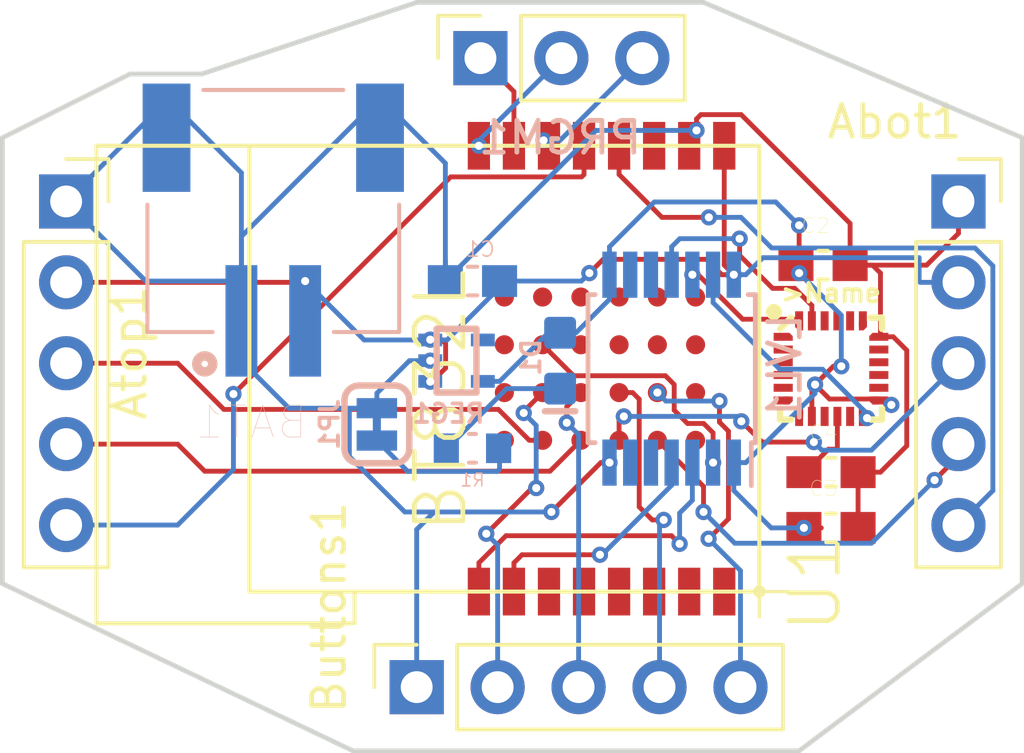
<source format=kicad_pcb>
(kicad_pcb (version 20171130) (host pcbnew 5.1.6)

  (general
    (thickness 1.6)
    (drawings 10)
    (tracks 271)
    (zones 0)
    (modules 16)
    (nets 58)
  )

  (page A4)
  (layers
    (0 F.Cu signal)
    (31 B.Cu signal)
    (32 B.Adhes user hide)
    (33 F.Adhes user hide)
    (34 B.Paste user hide)
    (35 F.Paste user hide)
    (36 B.SilkS user)
    (37 F.SilkS user)
    (38 B.Mask user hide)
    (39 F.Mask user hide)
    (40 Dwgs.User user hide)
    (41 Cmts.User user hide)
    (42 Eco1.User user hide)
    (43 Eco2.User user hide)
    (44 Edge.Cuts user)
    (45 Margin user hide)
    (46 B.CrtYd user)
    (47 F.CrtYd user)
    (48 B.Fab user hide)
    (49 F.Fab user hide)
  )

  (setup
    (last_trace_width 0.1524)
    (trace_clearance 0.1524)
    (zone_clearance 0.508)
    (zone_45_only no)
    (trace_min 0.1524)
    (via_size 0.508)
    (via_drill 0.254)
    (via_min_size 0.508)
    (via_min_drill 0.254)
    (uvia_size 0.3)
    (uvia_drill 0.1)
    (uvias_allowed no)
    (uvia_min_size 0.2)
    (uvia_min_drill 0.1)
    (edge_width 0.15)
    (segment_width 0.2)
    (pcb_text_width 0.3)
    (pcb_text_size 1.5 1.5)
    (mod_edge_width 0.15)
    (mod_text_size 1 1)
    (mod_text_width 0.15)
    (pad_size 0.25 0.6)
    (pad_drill 0)
    (pad_to_mask_clearance 0.051)
    (solder_mask_min_width 0.25)
    (aux_axis_origin 0 0)
    (visible_elements FFFFFF7F)
    (pcbplotparams
      (layerselection 0x010fc_ffffffff)
      (usegerberextensions false)
      (usegerberattributes false)
      (usegerberadvancedattributes false)
      (creategerberjobfile false)
      (excludeedgelayer true)
      (linewidth 0.100000)
      (plotframeref false)
      (viasonmask false)
      (mode 1)
      (useauxorigin false)
      (hpglpennumber 1)
      (hpglpenspeed 20)
      (hpglpendiameter 15.000000)
      (psnegative false)
      (psa4output false)
      (plotreference true)
      (plotvalue true)
      (plotinvisibletext false)
      (padsonsilk false)
      (subtractmaskfromsilk false)
      (outputformat 1)
      (mirror false)
      (drillshape 1)
      (scaleselection 1)
      (outputdirectory ""))
  )

  (net 0 "")
  (net 1 GND)
  (net 2 +3V3)
  (net 3 /B1)
  (net 4 /B2)
  (net 5 /B3)
  (net 6 /B4)
  (net 7 "Net-(D1-PadC)")
  (net 8 /IMU/INT)
  (net 9 /IMU/SCL_SCLK)
  (net 10 /IMU/SDA_SDI)
  (net 11 "Net-(JP1-Pad2)")
  (net 12 /SWCLK)
  (net 13 /SWDIO)
  (net 14 /RESET)
  (net 15 /SDA)
  (net 16 /SCL)
  (net 17 /INT)
  (net 18 +1V8)
  (net 19 "Net-(C4-Pad1)")
  (net 20 "Net-(REG1-Pad4)")
  (net 21 "Net-(IMU1-Pad7)")
  (net 22 "Net-(IMU1-Pad9)")
  (net 23 "Net-(IMU1-Pad11)")
  (net 24 "Net-(IMU1-Pad21)")
  (net 25 "Net-(IMU1-Pad22)")
  (net 26 /ABX)
  (net 27 /ABY)
  (net 28 /ABS)
  (net 29 /ATS)
  (net 30 /ATY)
  (net 31 /ATX)
  (net 32 "Net-(LVL1-Pad5)")
  (net 33 "Net-(LVL1-Pad6)")
  (net 34 "Net-(LVL1-Pad9)")
  (net 35 "Net-(LVL1-Pad10)")
  (net 36 "Net-(U1-PadP$3)")
  (net 37 "Net-(U1-PadP$4)")
  (net 38 "Net-(U1-PadP$5)")
  (net 39 "Net-(U1-PadP$6)")
  (net 40 "Net-(U1-PadP$7)")
  (net 41 "Net-(U1-PadP$8)")
  (net 42 "Net-(U1-PadP$11)")
  (net 43 "Net-(U1-PadP$A0)")
  (net 44 "Net-(U1-PadP$A5)")
  (net 45 "Net-(U1-PadP$B0)")
  (net 46 "Net-(U1-PadP$B5)")
  (net 47 "Net-(U1-PadP$C0)")
  (net 48 "Net-(U1-PadP$C2)")
  (net 49 "Net-(U1-PadP$C3)")
  (net 50 "Net-(U1-PadP$C4)")
  (net 51 "Net-(U1-PadP$C5)")
  (net 52 "Net-(U1-PadP$D0)")
  (net 53 "Net-(U1-PadP$D1)")
  (net 54 "Net-(U1-PadP$D2)")
  (net 55 "Net-(U1-PadP$D3)")
  (net 56 "Net-(U1-PadP$D4)")
  (net 57 "Net-(U1-PadP$D5)")

  (net_class Default "This is the default net class."
    (clearance 0.1524)
    (trace_width 0.1524)
    (via_dia 0.508)
    (via_drill 0.254)
    (uvia_dia 0.3)
    (uvia_drill 0.1)
    (add_net +1V8)
    (add_net +3V3)
    (add_net /ABS)
    (add_net /ABX)
    (add_net /ABY)
    (add_net /ATS)
    (add_net /ATX)
    (add_net /ATY)
    (add_net /B1)
    (add_net /B2)
    (add_net /B3)
    (add_net /B4)
    (add_net /IMU/INT)
    (add_net /IMU/SCL_SCLK)
    (add_net /IMU/SDA_SDI)
    (add_net /INT)
    (add_net /RESET)
    (add_net /SCL)
    (add_net /SDA)
    (add_net /SWCLK)
    (add_net /SWDIO)
    (add_net GND)
    (add_net "Net-(C4-Pad1)")
    (add_net "Net-(D1-PadC)")
    (add_net "Net-(IMU1-Pad11)")
    (add_net "Net-(IMU1-Pad21)")
    (add_net "Net-(IMU1-Pad22)")
    (add_net "Net-(IMU1-Pad7)")
    (add_net "Net-(IMU1-Pad9)")
    (add_net "Net-(JP1-Pad2)")
    (add_net "Net-(LVL1-Pad10)")
    (add_net "Net-(LVL1-Pad5)")
    (add_net "Net-(LVL1-Pad6)")
    (add_net "Net-(LVL1-Pad9)")
    (add_net "Net-(REG1-Pad4)")
    (add_net "Net-(U1-PadP$11)")
    (add_net "Net-(U1-PadP$3)")
    (add_net "Net-(U1-PadP$4)")
    (add_net "Net-(U1-PadP$5)")
    (add_net "Net-(U1-PadP$6)")
    (add_net "Net-(U1-PadP$7)")
    (add_net "Net-(U1-PadP$8)")
    (add_net "Net-(U1-PadP$A0)")
    (add_net "Net-(U1-PadP$A5)")
    (add_net "Net-(U1-PadP$B0)")
    (add_net "Net-(U1-PadP$B5)")
    (add_net "Net-(U1-PadP$C0)")
    (add_net "Net-(U1-PadP$C2)")
    (add_net "Net-(U1-PadP$C3)")
    (add_net "Net-(U1-PadP$C4)")
    (add_net "Net-(U1-PadP$C5)")
    (add_net "Net-(U1-PadP$D0)")
    (add_net "Net-(U1-PadP$D1)")
    (add_net "Net-(U1-PadP$D2)")
    (add_net "Net-(U1-PadP$D3)")
    (add_net "Net-(U1-PadP$D4)")
    (add_net "Net-(U1-PadP$D5)")
  )

  (module Fanstel_modules:BT832-BT832L (layer F.Cu) (tedit 200000) (tstamp 5EB32853)
    (at 141 82 90)
    (path /606D1F87/5CB0C105)
    (attr smd)
    (fp_text reference U1 (at 0.25 1.75 90) (layer F.SilkS)
      (effects (font (size 1.524 1.524) (thickness 0.15)))
    )
    (fp_text value BT832L (at 6 -10 90) (layer F.SilkS)
      (effects (font (size 1.524 1.524) (thickness 0.15)))
    )
    (fp_line (start 13.99794 -20.79752) (end 13.99794 -15.99946) (layer F.SilkS) (width 0.127))
    (fp_line (start -0.99822 -20.79752) (end 13.99794 -20.79752) (layer F.SilkS) (width 0.127))
    (fp_line (start -0.99822 -12.79906) (end -0.99822 -20.79752) (layer F.SilkS) (width 0.127))
    (fp_line (start 0 -12.7) (end -0.99822 -12.7) (layer F.SilkS) (width 0.127))
    (fp_line (start 13.99794 0) (end 0 0) (layer F.SilkS) (width 0.127))
    (fp_line (start 13.99794 -15.99946) (end 13.99794 0) (layer F.SilkS) (width 0.127))
    (fp_line (start 0 -15.99946) (end 13.99794 -15.99946) (layer F.SilkS) (width 0.127))
    (fp_line (start 0 -12.7) (end 0 -15.99946) (layer F.SilkS) (width 0.127))
    (fp_line (start 0 0) (end 0 -12.7) (layer F.SilkS) (width 0.127))
    (fp_line (start 0 0) (end 0 0) (layer F.SilkS) (width 0.1))
    (fp_line (start 0 -0.14986) (end 0 0) (layer F.SilkS) (width 0.1))
    (fp_line (start 0 -0.254) (end 0 -0.14986) (layer F.SilkS) (width 0.1))
    (fp_line (start 13.9954 0) (end -0.00254 0) (layer F.SilkS) (width 0.1))
    (fp_line (start 14.00048 -15.99946) (end 13.99794 -15.99946) (layer F.SilkS) (width 0.1))
    (fp_line (start -0.00508 -9.64184) (end -0.00508 -15.99692) (layer F.SilkS) (width 0.1))
    (fp_line (start 13.9954 -15.99692) (end 13.9954 -9.72312) (layer F.SilkS) (width 0.1))
    (fp_line (start 14.00048 -0.58928) (end 14.00048 -0.00762) (layer F.SilkS) (width 0.1))
    (fp_line (start -0.00508 -0.00254) (end -0.00508 -0.5207) (layer F.SilkS) (width 0.1))
    (fp_line (start 0 0.14986) (end 0 0) (layer F.SilkS) (width 0.1))
    (fp_line (start 0 0.91186) (end 0 0.14986) (layer F.SilkS) (width 0.1))
    (fp_line (start 12.5984 0) (end 0 0) (layer F.SilkS) (width 0.1))
    (fp_line (start 12.5984 0) (end 12.5984 0) (layer F.SilkS) (width 0.1))
    (fp_line (start 0 0) (end 12.5984 0) (layer F.SilkS) (width 0.1))
    (fp_line (start -0.79756 0) (end 0 0) (layer F.SilkS) (width 0.1))
    (fp_arc (start 0 0) (end 0 -0.14986) (angle 180) (layer F.SilkS) (width 0.1))
    (fp_arc (start 0 0) (end 0 0.14986) (angle 180) (layer F.SilkS) (width 0.1))
    (pad P$1 smd rect (at 0 -8.79856 270) (size 1.4986 0.6985) (layers F.Cu F.Paste F.Mask)
      (net 15 /SDA))
    (pad P$2 smd rect (at 0 -7.69874 90) (size 1.4986 0.6985) (layers F.Cu F.Paste F.Mask)
      (net 16 /SCL))
    (pad P$3 smd rect (at 0 -6.59892 90) (size 1.4986 0.6985) (layers F.Cu F.Paste F.Mask)
      (net 36 "Net-(U1-PadP$3)"))
    (pad P$4 smd rect (at 0 -5.4991 90) (size 1.4986 0.6985) (layers F.Cu F.Paste F.Mask)
      (net 37 "Net-(U1-PadP$4)"))
    (pad P$5 smd rect (at 0 -4.39928 90) (size 1.4986 0.6985) (layers F.Cu F.Paste F.Mask)
      (net 38 "Net-(U1-PadP$5)"))
    (pad P$6 smd rect (at 0 -3.29946 90) (size 1.4986 0.6985) (layers F.Cu F.Paste F.Mask)
      (net 39 "Net-(U1-PadP$6)"))
    (pad P$7 smd rect (at 0 -2.19964 90) (size 1.4986 0.6985) (layers F.Cu F.Paste F.Mask)
      (net 40 "Net-(U1-PadP$7)"))
    (pad P$8 smd rect (at 0 -1.09982 90) (size 1.4986 0.6985) (layers F.Cu F.Paste F.Mask)
      (net 41 "Net-(U1-PadP$8)"))
    (pad P$9 smd rect (at 13.99794 -1.09982 90) (size 1.4986 0.6985) (layers F.Cu F.Paste F.Mask)
      (net 2 +3V3))
    (pad P$10 smd rect (at 13.99794 -2.19964 90) (size 1.4986 0.6985) (layers F.Cu F.Paste F.Mask)
      (net 1 GND))
    (pad P$11 smd rect (at 13.99794 -3.29946 90) (size 1.4986 0.6985) (layers F.Cu F.Paste F.Mask)
      (net 42 "Net-(U1-PadP$11)"))
    (pad P$12 smd rect (at 13.99794 -4.39928 90) (size 1.4986 0.6985) (layers F.Cu F.Paste F.Mask)
      (net 28 /ABS))
    (pad P$13 smd rect (at 13.99794 -5.4991 90) (size 1.4986 0.6985) (layers F.Cu F.Paste F.Mask)
      (net 29 /ATS))
    (pad P$14 smd rect (at 13.99794 -6.59892 90) (size 1.4986 0.6985) (layers F.Cu F.Paste F.Mask)
      (net 14 /RESET))
    (pad P$15 smd rect (at 13.99794 -7.69874 90) (size 1.4986 0.6985) (layers F.Cu F.Paste F.Mask)
      (net 12 /SWCLK))
    (pad P$16 smd rect (at 13.99794 -8.79856 90) (size 1.4986 0.6985) (layers F.Cu F.Paste F.Mask)
      (net 13 /SWDIO))
    (pad P$A0 smd circle (at 4.7498 -7.99846 270) (size 0.59944 0.59944) (layers F.Cu F.Paste F.Mask)
      (net 43 "Net-(U1-PadP$A0)"))
    (pad P$A1 smd circle (at 4.7498 -6.79958 270) (size 0.59944 0.59944) (layers F.Cu F.Paste F.Mask)
      (net 31 /ATX))
    (pad P$A2 smd circle (at 4.7498 -5.59816 270) (size 0.59944 0.59944) (layers F.Cu F.Paste F.Mask)
      (net 30 /ATY))
    (pad P$A3 smd circle (at 4.7498 -4.39928 270) (size 0.59944 0.59944) (layers F.Cu F.Paste F.Mask)
      (net 26 /ABX))
    (pad P$A4 smd circle (at 4.7498 -3.19786 270) (size 0.59944 0.59944) (layers F.Cu F.Paste F.Mask)
      (net 27 /ABY))
    (pad P$A5 smd circle (at 4.7498 -1.99898 90) (size 0.59944 0.59944) (layers F.Cu F.Paste F.Mask)
      (net 44 "Net-(U1-PadP$A5)"))
    (pad P$B0 smd circle (at 6.2484 -7.99846 270) (size 0.59944 0.59944) (layers F.Cu F.Paste F.Mask)
      (net 45 "Net-(U1-PadP$B0)"))
    (pad P$B1 smd circle (at 6.2484 -6.79958 270) (size 0.59944 0.59944) (layers F.Cu F.Paste F.Mask)
      (net 3 /B1))
    (pad P$B2 smd circle (at 6.2484 -5.59816 270) (size 0.59944 0.59944) (layers F.Cu F.Paste F.Mask)
      (net 4 /B2))
    (pad P$B3 smd circle (at 6.2484 -4.39928 270) (size 0.59944 0.59944) (layers F.Cu F.Paste F.Mask)
      (net 5 /B3))
    (pad P$B4 smd circle (at 6.2484 -3.19786 270) (size 0.59944 0.59944) (layers F.Cu F.Paste F.Mask)
      (net 6 /B4))
    (pad P$B5 smd circle (at 6.2484 -1.99898 270) (size 0.59944 0.59944) (layers F.Cu F.Paste F.Mask)
      (net 46 "Net-(U1-PadP$B5)"))
    (pad P$C0 smd circle (at 7.74954 -7.99846 270) (size 0.59944 0.59944) (layers F.Cu F.Paste F.Mask)
      (net 47 "Net-(U1-PadP$C0)"))
    (pad P$C1 smd circle (at 7.74954 -6.79958 270) (size 0.59944 0.59944) (layers F.Cu F.Paste F.Mask)
      (net 17 /INT))
    (pad P$C2 smd circle (at 7.74954 -5.59816 270) (size 0.59944 0.59944) (layers F.Cu F.Paste F.Mask)
      (net 48 "Net-(U1-PadP$C2)"))
    (pad P$C3 smd circle (at 7.74954 -4.39928 270) (size 0.59944 0.59944) (layers F.Cu F.Paste F.Mask)
      (net 49 "Net-(U1-PadP$C3)"))
    (pad P$C4 smd circle (at 7.74954 -3.19786 270) (size 0.59944 0.59944) (layers F.Cu F.Paste F.Mask)
      (net 50 "Net-(U1-PadP$C4)"))
    (pad P$C5 smd circle (at 7.74954 -1.99898 270) (size 0.59944 0.59944) (layers F.Cu F.Paste F.Mask)
      (net 51 "Net-(U1-PadP$C5)"))
    (pad P$D0 smd circle (at 9.24814 -7.99846 270) (size 0.59944 0.59944) (layers F.Cu F.Paste F.Mask)
      (net 52 "Net-(U1-PadP$D0)"))
    (pad P$D1 smd circle (at 9.24814 -6.79958 270) (size 0.59944 0.59944) (layers F.Cu F.Paste F.Mask)
      (net 53 "Net-(U1-PadP$D1)"))
    (pad P$D2 smd circle (at 9.24814 -5.59816 270) (size 0.59944 0.59944) (layers F.Cu F.Paste F.Mask)
      (net 54 "Net-(U1-PadP$D2)"))
    (pad P$D3 smd circle (at 9.24814 -4.39928 270) (size 0.59944 0.59944) (layers F.Cu F.Paste F.Mask)
      (net 55 "Net-(U1-PadP$D3)"))
    (pad P$D4 smd circle (at 9.24814 -3.19786 270) (size 0.59944 0.59944) (layers F.Cu F.Paste F.Mask)
      (net 56 "Net-(U1-PadP$D4)"))
    (pad P$D5 smd circle (at 9.24814 -1.99898 270) (size 0.59944 0.59944) (layers F.Cu F.Paste F.Mask)
      (net 57 "Net-(U1-PadP$D5)"))
  )

  (module Connector_PinSocket_2.54mm:PinSocket_1x03_P2.54mm_Vertical (layer F.Cu) (tedit 5A19A429) (tstamp 5EB36808)
    (at 132.25 65.25 90)
    (descr "Through hole straight socket strip, 1x03, 2.54mm pitch, single row (from Kicad 4.0.7), script generated")
    (tags "Through hole socket strip THT 1x03 2.54mm single row")
    (path /5E751890/5E7A2507)
    (fp_text reference PRGM1 (at -2.5 2.5 180) (layer B.SilkS)
      (effects (font (size 1 1) (thickness 0.15)) (justify mirror))
    )
    (fp_text value Conn_01x03_Male (at 0 7.85 90) (layer F.Fab)
      (effects (font (size 1 1) (thickness 0.15)))
    )
    (fp_line (start -1.8 6.85) (end -1.8 -1.8) (layer F.CrtYd) (width 0.05))
    (fp_line (start 1.75 6.85) (end -1.8 6.85) (layer F.CrtYd) (width 0.05))
    (fp_line (start 1.75 -1.8) (end 1.75 6.85) (layer F.CrtYd) (width 0.05))
    (fp_line (start -1.8 -1.8) (end 1.75 -1.8) (layer F.CrtYd) (width 0.05))
    (fp_line (start 0 -1.33) (end 1.33 -1.33) (layer F.SilkS) (width 0.12))
    (fp_line (start 1.33 -1.33) (end 1.33 0) (layer F.SilkS) (width 0.12))
    (fp_line (start 1.33 1.27) (end 1.33 6.41) (layer F.SilkS) (width 0.12))
    (fp_line (start -1.33 6.41) (end 1.33 6.41) (layer F.SilkS) (width 0.12))
    (fp_line (start -1.33 1.27) (end -1.33 6.41) (layer F.SilkS) (width 0.12))
    (fp_line (start -1.33 1.27) (end 1.33 1.27) (layer F.SilkS) (width 0.12))
    (fp_line (start -1.27 6.35) (end -1.27 -1.27) (layer F.Fab) (width 0.1))
    (fp_line (start 1.27 6.35) (end -1.27 6.35) (layer F.Fab) (width 0.1))
    (fp_line (start 1.27 -0.635) (end 1.27 6.35) (layer F.Fab) (width 0.1))
    (fp_line (start 0.635 -1.27) (end 1.27 -0.635) (layer F.Fab) (width 0.1))
    (fp_line (start -1.27 -1.27) (end 0.635 -1.27) (layer F.Fab) (width 0.1))
    (fp_text user %R (at 0 2.54) (layer F.Fab)
      (effects (font (size 1 1) (thickness 0.15)))
    )
    (pad 1 thru_hole rect (at 0 0 90) (size 1.7 1.7) (drill 1) (layers *.Cu *.Mask)
      (net 12 /SWCLK))
    (pad 2 thru_hole oval (at 0 2.54 90) (size 1.7 1.7) (drill 1) (layers *.Cu *.Mask)
      (net 13 /SWDIO))
    (pad 3 thru_hole oval (at 0 5.08 90) (size 1.7 1.7) (drill 1) (layers *.Cu *.Mask)
      (net 14 /RESET))
    (model ${KISYS3DMOD}/Connector_PinSocket_2.54mm.3dshapes/PinSocket_1x03_P2.54mm_Vertical.wrl
      (at (xyz 0 0 0))
      (scale (xyz 1 1 1))
      (rotate (xyz 0 0 0))
    )
  )

  (module Connector_PinSocket_2.54mm:PinSocket_1x05_P2.54mm_Vertical (layer F.Cu) (tedit 5A19A420) (tstamp 5EB35EA2)
    (at 147.25 69.75)
    (descr "Through hole straight socket strip, 1x05, 2.54mm pitch, single row (from Kicad 4.0.7), script generated")
    (tags "Through hole socket strip THT 1x05 2.54mm single row")
    (path /5E751890/5EB0832B)
    (fp_text reference Abot1 (at -2 -2.5) (layer F.SilkS)
      (effects (font (size 1 1) (thickness 0.15)))
    )
    (fp_text value Conn_01x05_Male (at 0 12.93) (layer F.Fab)
      (effects (font (size 1 1) (thickness 0.15)))
    )
    (fp_line (start -1.27 -1.27) (end 0.635 -1.27) (layer F.Fab) (width 0.1))
    (fp_line (start 0.635 -1.27) (end 1.27 -0.635) (layer F.Fab) (width 0.1))
    (fp_line (start 1.27 -0.635) (end 1.27 11.43) (layer F.Fab) (width 0.1))
    (fp_line (start 1.27 11.43) (end -1.27 11.43) (layer F.Fab) (width 0.1))
    (fp_line (start -1.27 11.43) (end -1.27 -1.27) (layer F.Fab) (width 0.1))
    (fp_line (start -1.33 1.27) (end 1.33 1.27) (layer F.SilkS) (width 0.12))
    (fp_line (start -1.33 1.27) (end -1.33 11.49) (layer F.SilkS) (width 0.12))
    (fp_line (start -1.33 11.49) (end 1.33 11.49) (layer F.SilkS) (width 0.12))
    (fp_line (start 1.33 1.27) (end 1.33 11.49) (layer F.SilkS) (width 0.12))
    (fp_line (start 1.33 -1.33) (end 1.33 0) (layer F.SilkS) (width 0.12))
    (fp_line (start 0 -1.33) (end 1.33 -1.33) (layer F.SilkS) (width 0.12))
    (fp_line (start -1.8 -1.8) (end 1.75 -1.8) (layer F.CrtYd) (width 0.05))
    (fp_line (start 1.75 -1.8) (end 1.75 11.9) (layer F.CrtYd) (width 0.05))
    (fp_line (start 1.75 11.9) (end -1.8 11.9) (layer F.CrtYd) (width 0.05))
    (fp_line (start -1.8 11.9) (end -1.8 -1.8) (layer F.CrtYd) (width 0.05))
    (fp_text user %R (at 0 5.08 90) (layer F.Fab)
      (effects (font (size 1 1) (thickness 0.15)))
    )
    (pad 5 thru_hole oval (at 0 10.16) (size 1.7 1.7) (drill 1) (layers *.Cu *.Mask)
      (net 28 /ABS))
    (pad 4 thru_hole oval (at 0 7.62) (size 1.7 1.7) (drill 1) (layers *.Cu *.Mask)
      (net 27 /ABY))
    (pad 3 thru_hole oval (at 0 5.08) (size 1.7 1.7) (drill 1) (layers *.Cu *.Mask)
      (net 26 /ABX))
    (pad 2 thru_hole oval (at 0 2.54) (size 1.7 1.7) (drill 1) (layers *.Cu *.Mask)
      (net 2 +3V3))
    (pad 1 thru_hole rect (at 0 0) (size 1.7 1.7) (drill 1) (layers *.Cu *.Mask)
      (net 1 GND))
    (model ${KISYS3DMOD}/Connector_PinSocket_2.54mm.3dshapes/PinSocket_1x05_P2.54mm_Vertical.wrl
      (at (xyz 0 0 0))
      (scale (xyz 1 1 1))
      (rotate (xyz 0 0 0))
    )
  )

  (module Connector_PinSocket_2.54mm:PinSocket_1x05_P2.54mm_Vertical (layer F.Cu) (tedit 5A19A420) (tstamp 5EB326AF)
    (at 119.25 69.75)
    (descr "Through hole straight socket strip, 1x05, 2.54mm pitch, single row (from Kicad 4.0.7), script generated")
    (tags "Through hole socket strip THT 1x05 2.54mm single row")
    (path /5E751890/5EB04383)
    (fp_text reference Atop1 (at 2 4.75 90) (layer F.SilkS)
      (effects (font (size 1 1) (thickness 0.15)))
    )
    (fp_text value Conn_01x05_Male (at 0 12.93) (layer F.Fab)
      (effects (font (size 1 1) (thickness 0.15)))
    )
    (fp_line (start -1.8 11.9) (end -1.8 -1.8) (layer F.CrtYd) (width 0.05))
    (fp_line (start 1.75 11.9) (end -1.8 11.9) (layer F.CrtYd) (width 0.05))
    (fp_line (start 1.75 -1.8) (end 1.75 11.9) (layer F.CrtYd) (width 0.05))
    (fp_line (start -1.8 -1.8) (end 1.75 -1.8) (layer F.CrtYd) (width 0.05))
    (fp_line (start 0 -1.33) (end 1.33 -1.33) (layer F.SilkS) (width 0.12))
    (fp_line (start 1.33 -1.33) (end 1.33 0) (layer F.SilkS) (width 0.12))
    (fp_line (start 1.33 1.27) (end 1.33 11.49) (layer F.SilkS) (width 0.12))
    (fp_line (start -1.33 11.49) (end 1.33 11.49) (layer F.SilkS) (width 0.12))
    (fp_line (start -1.33 1.27) (end -1.33 11.49) (layer F.SilkS) (width 0.12))
    (fp_line (start -1.33 1.27) (end 1.33 1.27) (layer F.SilkS) (width 0.12))
    (fp_line (start -1.27 11.43) (end -1.27 -1.27) (layer F.Fab) (width 0.1))
    (fp_line (start 1.27 11.43) (end -1.27 11.43) (layer F.Fab) (width 0.1))
    (fp_line (start 1.27 -0.635) (end 1.27 11.43) (layer F.Fab) (width 0.1))
    (fp_line (start 0.635 -1.27) (end 1.27 -0.635) (layer F.Fab) (width 0.1))
    (fp_line (start -1.27 -1.27) (end 0.635 -1.27) (layer F.Fab) (width 0.1))
    (fp_text user %R (at 0 5.08 90) (layer F.Fab)
      (effects (font (size 1 1) (thickness 0.15)))
    )
    (pad 1 thru_hole rect (at 0 0) (size 1.7 1.7) (drill 1) (layers *.Cu *.Mask)
      (net 1 GND))
    (pad 2 thru_hole oval (at 0 2.54) (size 1.7 1.7) (drill 1) (layers *.Cu *.Mask)
      (net 2 +3V3))
    (pad 3 thru_hole oval (at 0 5.08) (size 1.7 1.7) (drill 1) (layers *.Cu *.Mask)
      (net 31 /ATX))
    (pad 4 thru_hole oval (at 0 7.62) (size 1.7 1.7) (drill 1) (layers *.Cu *.Mask)
      (net 30 /ATY))
    (pad 5 thru_hole oval (at 0 10.16) (size 1.7 1.7) (drill 1) (layers *.Cu *.Mask)
      (net 29 /ATS))
    (model ${KISYS3DMOD}/Connector_PinSocket_2.54mm.3dshapes/PinSocket_1x05_P2.54mm_Vertical.wrl
      (at (xyz 0 0 0))
      (scale (xyz 1 1 1))
      (rotate (xyz 0 0 0))
    )
  )

  (module Connector_PinSocket_2.54mm:PinSocket_1x05_P2.54mm_Vertical (layer F.Cu) (tedit 5A19A420) (tstamp 5EB326E3)
    (at 130.25 85 90)
    (descr "Through hole straight socket strip, 1x05, 2.54mm pitch, single row (from Kicad 4.0.7), script generated")
    (tags "Through hole socket strip THT 1x05 2.54mm single row")
    (path /5E751890/5EAB4DD6)
    (fp_text reference Buttons1 (at 2.5 -2.75 90) (layer F.SilkS)
      (effects (font (size 1 1) (thickness 0.15)))
    )
    (fp_text value Conn_01x05_Male (at 0 12.93 90) (layer F.Fab)
      (effects (font (size 1 1) (thickness 0.15)))
    )
    (fp_line (start -1.8 11.9) (end -1.8 -1.8) (layer F.CrtYd) (width 0.05))
    (fp_line (start 1.75 11.9) (end -1.8 11.9) (layer F.CrtYd) (width 0.05))
    (fp_line (start 1.75 -1.8) (end 1.75 11.9) (layer F.CrtYd) (width 0.05))
    (fp_line (start -1.8 -1.8) (end 1.75 -1.8) (layer F.CrtYd) (width 0.05))
    (fp_line (start 0 -1.33) (end 1.33 -1.33) (layer F.SilkS) (width 0.12))
    (fp_line (start 1.33 -1.33) (end 1.33 0) (layer F.SilkS) (width 0.12))
    (fp_line (start 1.33 1.27) (end 1.33 11.49) (layer F.SilkS) (width 0.12))
    (fp_line (start -1.33 11.49) (end 1.33 11.49) (layer F.SilkS) (width 0.12))
    (fp_line (start -1.33 1.27) (end -1.33 11.49) (layer F.SilkS) (width 0.12))
    (fp_line (start -1.33 1.27) (end 1.33 1.27) (layer F.SilkS) (width 0.12))
    (fp_line (start -1.27 11.43) (end -1.27 -1.27) (layer F.Fab) (width 0.1))
    (fp_line (start 1.27 11.43) (end -1.27 11.43) (layer F.Fab) (width 0.1))
    (fp_line (start 1.27 -0.635) (end 1.27 11.43) (layer F.Fab) (width 0.1))
    (fp_line (start 0.635 -1.27) (end 1.27 -0.635) (layer F.Fab) (width 0.1))
    (fp_line (start -1.27 -1.27) (end 0.635 -1.27) (layer F.Fab) (width 0.1))
    (fp_text user %R (at 0 5.08) (layer F.Fab)
      (effects (font (size 1 1) (thickness 0.15)))
    )
    (pad 1 thru_hole rect (at 0 0 90) (size 1.7 1.7) (drill 1) (layers *.Cu *.Mask)
      (net 1 GND))
    (pad 2 thru_hole oval (at 0 2.54 90) (size 1.7 1.7) (drill 1) (layers *.Cu *.Mask)
      (net 3 /B1))
    (pad 3 thru_hole oval (at 0 5.08 90) (size 1.7 1.7) (drill 1) (layers *.Cu *.Mask)
      (net 4 /B2))
    (pad 4 thru_hole oval (at 0 7.62 90) (size 1.7 1.7) (drill 1) (layers *.Cu *.Mask)
      (net 5 /B3))
    (pad 5 thru_hole oval (at 0 10.16 90) (size 1.7 1.7) (drill 1) (layers *.Cu *.Mask)
      (net 6 /B4))
    (model ${KISYS3DMOD}/Connector_PinSocket_2.54mm.3dshapes/PinSocket_1x05_P2.54mm_Vertical.wrl
      (at (xyz 0 0 0))
      (scale (xyz 1 1 1))
      (rotate (xyz 0 0 0))
    )
  )

  (module SparkFun_IMU_Breakout_ICM-20948:LED-0603 (layer B.Cu) (tedit 0) (tstamp 5EB357F1)
    (at 134.75 74.75 270)
    (descr "<B>LED 0603 SMT</B><p>\n0603, surface mount.\n<p>Specifications:\n<ul><li>Pin count: 2</li>\n<li>Pin pitch:0.075inch </li>\n<li>Area: 0.06\" x 0.03\"</li>\n</ul></p>\n<p>Example device(s):\n<ul><li>LED - BLUE</li>")
    (path /5F609558/5FDE1EC9)
    (fp_text reference D1 (at -0.75 1.25 270) (layer B.SilkS)
      (effects (font (size 0.57912 0.57912) (thickness 0.12192)) (justify left top mirror))
    )
    (fp_text value RED (at 0 -0.635 270) (layer B.Fab)
      (effects (font (size 0.57912 0.57912) (thickness 0.12192)) (justify left top mirror))
    )
    (fp_line (start 0.15875 0) (end -0.15875 -0.3175) (layer B.Fab) (width 0.127))
    (fp_line (start 0.15875 0) (end -0.15875 0.3175) (layer B.Fab) (width 0.127))
    (fp_line (start 0.15875 0) (end 0.15875 -0.47625) (layer B.Fab) (width 0.127))
    (fp_line (start 0.15875 0.47625) (end 0.15875 0) (layer B.Fab) (width 0.127))
    (fp_line (start 1.5875 0.47625) (end 1.5875 -0.47625) (layer B.SilkS) (width 0.2032))
    (pad C smd roundrect (at 0.877 0) (size 1 1) (layers B.Cu B.Paste B.Mask) (roundrect_rratio 0.15)
      (net 7 "Net-(D1-PadC)") (solder_mask_margin 0.1016))
    (pad A smd roundrect (at -0.877 0) (size 1 1) (layers B.Cu B.Paste B.Mask) (roundrect_rratio 0.15)
      (net 18 +1V8) (solder_mask_margin 0.1016))
  )

  (module SparkFun_IMU_Breakout_ICM-20948:QFN24-3X3 (layer F.Cu) (tedit 0) (tstamp 5EB35B0B)
    (at 143.25 75)
    (descr "<h3>24-Pin QFN -  3.0 x 3.0 mm - No center pad</h3>\n<p><b>Note:</b> No center pad per \"Exposed Die Pad Precautions\" section of the <a href=\"http://www.digikey.com/Web%20Export/Supplier%20Content/invensense-1428/pdf/invensense-mems-handling.pdf\">InvenSense MEMS Handling application note</a>.</p>")
    (path /5E75188F/5FC71EBA)
    (fp_text reference IMU1 (at 0 0) (layer F.SilkS) hide
      (effects (font (size 1.27 1.27) (thickness 0.15)) (justify right top))
    )
    (fp_text value "9DoF IMU" (at 0 0) (layer F.SilkS) hide
      (effects (font (size 1.27 1.27) (thickness 0.15)) (justify right top))
    )
    (fp_circle (center -1.79 -1.78) (end -1.663 -1.78) (layer F.SilkS) (width 0.254))
    (fp_poly (pts (xy -1.125 -1.725) (xy -1.125 -1.275) (xy -0.875 -1.275) (xy -0.875 -1.725)) (layer F.Paste) (width 0))
    (fp_poly (pts (xy -0.725 -1.725) (xy -0.725 -1.275) (xy -0.475 -1.275) (xy -0.475 -1.725)) (layer F.Paste) (width 0))
    (fp_poly (pts (xy -0.325 -1.725) (xy -0.325 -1.275) (xy -0.075 -1.275) (xy -0.075 -1.725)) (layer F.Paste) (width 0))
    (fp_poly (pts (xy 0.075 -1.725) (xy 0.075 -1.275) (xy 0.325 -1.275) (xy 0.325 -1.725)) (layer F.Paste) (width 0))
    (fp_poly (pts (xy 0.475 -1.725) (xy 0.475 -1.275) (xy 0.725 -1.275) (xy 0.725 -1.725)) (layer F.Paste) (width 0))
    (fp_poly (pts (xy 0.875 -1.725) (xy 0.875 -1.275) (xy 1.125 -1.275) (xy 1.125 -1.725)) (layer F.Paste) (width 0))
    (fp_poly (pts (xy 1.725 -1.125) (xy 1.275 -1.125) (xy 1.275 -0.875) (xy 1.725 -0.875)) (layer F.Paste) (width 0))
    (fp_poly (pts (xy 1.725 -0.725) (xy 1.275 -0.725) (xy 1.275 -0.475) (xy 1.725 -0.475)) (layer F.Paste) (width 0))
    (fp_poly (pts (xy 1.725 0.075) (xy 1.275 0.075) (xy 1.275 0.325) (xy 1.725 0.325)) (layer F.Paste) (width 0))
    (fp_poly (pts (xy 1.725 -0.325) (xy 1.275 -0.325) (xy 1.275 -0.075) (xy 1.725 -0.075)) (layer F.Paste) (width 0))
    (fp_poly (pts (xy 1.725 0.475) (xy 1.275 0.475) (xy 1.275 0.725) (xy 1.725 0.725)) (layer F.Paste) (width 0))
    (fp_poly (pts (xy 1.725 0.875) (xy 1.275 0.875) (xy 1.275 1.125) (xy 1.725 1.125)) (layer F.Paste) (width 0))
    (fp_poly (pts (xy 1.125 1.725) (xy 1.125 1.275) (xy 0.875 1.275) (xy 0.875 1.725)) (layer F.Paste) (width 0))
    (fp_poly (pts (xy 0.725 1.725) (xy 0.725 1.275) (xy 0.475 1.275) (xy 0.475 1.725)) (layer F.Paste) (width 0))
    (fp_poly (pts (xy 0.325 1.725) (xy 0.325 1.275) (xy 0.075 1.275) (xy 0.075 1.725)) (layer F.Paste) (width 0))
    (fp_poly (pts (xy -0.075 1.725) (xy -0.075 1.275) (xy -0.325 1.275) (xy -0.325 1.725)) (layer F.Paste) (width 0))
    (fp_poly (pts (xy -0.475 1.725) (xy -0.475 1.275) (xy -0.725 1.275) (xy -0.725 1.725)) (layer F.Paste) (width 0))
    (fp_poly (pts (xy -0.875 1.725) (xy -0.875 1.275) (xy -1.125 1.275) (xy -1.125 1.725)) (layer F.Paste) (width 0))
    (fp_poly (pts (xy -1.725 1.125) (xy -1.275 1.125) (xy -1.275 0.875) (xy -1.725 0.875)) (layer F.Paste) (width 0))
    (fp_poly (pts (xy -1.725 0.725) (xy -1.275 0.725) (xy -1.275 0.475) (xy -1.725 0.475)) (layer F.Paste) (width 0))
    (fp_poly (pts (xy -1.725 0.325) (xy -1.275 0.325) (xy -1.275 0.075) (xy -1.725 0.075)) (layer F.Paste) (width 0))
    (fp_poly (pts (xy -1.725 -0.075) (xy -1.275 -0.075) (xy -1.275 -0.325) (xy -1.725 -0.325)) (layer F.Paste) (width 0))
    (fp_poly (pts (xy -1.725 -0.875) (xy -1.275 -0.875) (xy -1.275 -1.125) (xy -1.725 -1.125)) (layer F.Paste) (width 0))
    (fp_poly (pts (xy -1.725 -0.475) (xy -1.275 -0.475) (xy -1.275 -0.725) (xy -1.725 -0.725)) (layer F.Paste) (width 0))
    (fp_poly (pts (xy 1.203 -1.226) (xy 1.099 -1.226) (xy 1.099 -0.773) (xy 1.203 -0.773)) (layer F.Mask) (width 0))
    (fp_poly (pts (xy 1.226 1.203) (xy 1.226 1.099) (xy 0.773 1.099) (xy 0.773 1.203)) (layer F.Mask) (width 0))
    (fp_poly (pts (xy -1.203 1.226) (xy -1.099 1.226) (xy -1.099 0.773) (xy -1.203 0.773)) (layer F.Mask) (width 0))
    (fp_poly (pts (xy -1.226 -1.203) (xy -1.226 -1.099) (xy -0.773 -1.099) (xy -0.773 -1.203)) (layer F.Mask) (width 0))
    (fp_poly (pts (xy 0.773 -1.203) (xy 0.773 -1.099) (xy 1.226 -1.099) (xy 1.226 -1.203)) (layer F.Mask) (width 0))
    (fp_poly (pts (xy 1.203 0.773) (xy 1.099 0.773) (xy 1.099 1.226) (xy 1.203 1.226)) (layer F.Mask) (width 0))
    (fp_poly (pts (xy -0.773 1.203) (xy -0.773 1.099) (xy -1.226 1.099) (xy -1.226 1.203)) (layer F.Mask) (width 0))
    (fp_poly (pts (xy -1.203 -0.773) (xy -1.099 -0.773) (xy -1.099 -1.226) (xy -1.203 -1.226)) (layer F.Mask) (width 0))
    (fp_poly (pts (xy -1.125 -1.5) (xy -1.125 -1.305) (xy -1.02 -1.2) (xy -0.875 -1.2)
      (xy -0.875 -1.5)) (layer F.Cu) (width 0))
    (fp_poly (pts (xy 1.125 -1.5) (xy 1.125 -1.305) (xy 1.02 -1.2) (xy 0.875 -1.2)
      (xy 0.875 -1.5)) (layer F.Cu) (width 0))
    (fp_poly (pts (xy 1.5 -1.125) (xy 1.305 -1.125) (xy 1.2 -1.02) (xy 1.2 -0.875)
      (xy 1.5 -0.875)) (layer F.Cu) (width 0))
    (fp_poly (pts (xy 1.5 1.125) (xy 1.305 1.125) (xy 1.2 1.02) (xy 1.2 0.875)
      (xy 1.5 0.875)) (layer F.Cu) (width 0))
    (fp_poly (pts (xy -1.5 1.125) (xy -1.305 1.125) (xy -1.2 1.02) (xy -1.2 0.875)
      (xy -1.5 0.875)) (layer F.Cu) (width 0))
    (fp_poly (pts (xy -1.125 1.5) (xy -1.125 1.305) (xy -1.02 1.2) (xy -0.875 1.2)
      (xy -0.875 1.5)) (layer F.Cu) (width 0))
    (fp_poly (pts (xy 1.125 1.5) (xy 1.125 1.305) (xy 1.02 1.2) (xy 0.875 1.2)
      (xy 0.875 1.5)) (layer F.Cu) (width 0))
    (fp_poly (pts (xy -1.5 -1.125) (xy -1.305 -1.125) (xy -1.2 -1.02) (xy -1.2 -0.875)
      (xy -1.5 -0.875)) (layer F.Cu) (width 0))
    (fp_line (start -1.8 -1.13) (end -1.2 -1.13) (layer Dwgs.User) (width 0.1))
    (fp_line (start -1.2 1.13) (end -1.8 1.13) (layer Dwgs.User) (width 0.1))
    (fp_line (start -1.13 1.8) (end -1.13 1.2) (layer Dwgs.User) (width 0.1))
    (fp_line (start 1.13 1.2) (end 1.13 1.8) (layer Dwgs.User) (width 0.1))
    (fp_line (start 1.8 1.13) (end 1.2 1.13) (layer Dwgs.User) (width 0.1))
    (fp_line (start 1.2 -1.13) (end 1.8 -1.13) (layer Dwgs.User) (width 0.1))
    (fp_line (start 1.13 -1.8) (end 1.13 -1.2) (layer Dwgs.User) (width 0.1))
    (fp_line (start -1.13 -1.2) (end -1.13 -1.8) (layer Dwgs.User) (width 0.1))
    (fp_line (start -1.6 -1.25) (end -1.25 -1.6) (layer F.SilkS) (width 0.2032))
    (fp_line (start 1.6 -1.25) (end 1.6 -1.6) (layer F.SilkS) (width 0.2032))
    (fp_line (start 1.6 -1.6) (end 1.25 -1.6) (layer F.SilkS) (width 0.2032))
    (fp_line (start 1.6 1.6) (end 1.6 1.25) (layer F.SilkS) (width 0.2032))
    (fp_line (start 1.25 1.6) (end 1.6 1.6) (layer F.SilkS) (width 0.2032))
    (fp_line (start -1.6 1.25) (end -1.6 1.6) (layer F.SilkS) (width 0.2032))
    (fp_line (start -1.6 1.6) (end -1.25 1.6) (layer F.SilkS) (width 0.2032))
    (fp_line (start 1.5 1.5) (end 1.5 -1.5) (layer F.Fab) (width 0.127))
    (fp_line (start -1.5 1.5) (end 1.5 1.5) (layer F.Fab) (width 0.127))
    (fp_line (start 1.5 -1.5) (end -1.5 -1.5) (layer F.Fab) (width 0.127))
    (fp_poly (pts (xy -0.5 -1.5) (xy -0.5 -1.3) (xy -0.6 -1.2) (xy -0.7 -1.3)
      (xy -0.7 -1.5)) (layer F.Fab) (width 0))
    (fp_poly (pts (xy -0.1 -1.5) (xy -0.1 -1.3) (xy -0.2 -1.2) (xy -0.3 -1.3)
      (xy -0.3 -1.5)) (layer F.Fab) (width 0))
    (fp_poly (pts (xy 0.3 -1.5) (xy 0.3 -1.3) (xy 0.2 -1.2) (xy 0.1 -1.3)
      (xy 0.1 -1.5)) (layer F.Fab) (width 0))
    (fp_poly (pts (xy -1.1 -1.5) (xy -1.1 -1.28) (xy -1.02 -1.2) (xy -0.9 -1.3)
      (xy -0.9 -1.5)) (layer F.Fab) (width 0))
    (fp_poly (pts (xy 0.7 -1.5) (xy 0.7 -1.3) (xy 0.6 -1.2) (xy 0.5 -1.3)
      (xy 0.5 -1.5)) (layer F.Fab) (width 0))
    (fp_poly (pts (xy 1.1 -1.5) (xy 1.1 -1.28) (xy 1.02 -1.2) (xy 0.9 -1.3)
      (xy 0.9 -1.5)) (layer F.Fab) (width 0))
    (fp_poly (pts (xy 1.5 -0.5) (xy 1.3 -0.5) (xy 1.2 -0.6) (xy 1.3 -0.7)
      (xy 1.5 -0.7)) (layer F.Fab) (width 0))
    (fp_poly (pts (xy 1.5 -0.1) (xy 1.3 -0.1) (xy 1.2 -0.2) (xy 1.3 -0.3)
      (xy 1.5 -0.3)) (layer F.Fab) (width 0))
    (fp_poly (pts (xy 1.5 0.3) (xy 1.3 0.3) (xy 1.2 0.2) (xy 1.3 0.1)
      (xy 1.5 0.1)) (layer F.Fab) (width 0))
    (fp_poly (pts (xy 1.5 -1.1) (xy 1.28 -1.1) (xy 1.2 -1.02) (xy 1.225147 -0.939289)
      (xy 1.3 -0.9) (xy 1.5 -0.9)) (layer F.Fab) (width 0))
    (fp_poly (pts (xy 1.5 0.7) (xy 1.3 0.7) (xy 1.2 0.6) (xy 1.3 0.5)
      (xy 1.5 0.5)) (layer F.Fab) (width 0))
    (fp_poly (pts (xy 1.5 1.1) (xy 1.28 1.1) (xy 1.2 1.02) (xy 1.225147 0.939289)
      (xy 1.3 0.9) (xy 1.5 0.9)) (layer F.Fab) (width 0))
    (fp_poly (pts (xy 0.5 1.5) (xy 0.5 1.3) (xy 0.6 1.2) (xy 0.7 1.3)
      (xy 0.7 1.5)) (layer F.Fab) (width 0))
    (fp_poly (pts (xy 0.1 1.5) (xy 0.1 1.3) (xy 0.2 1.2) (xy 0.3 1.3)
      (xy 0.3 1.5)) (layer F.Fab) (width 0))
    (fp_poly (pts (xy -0.3 1.5) (xy -0.3 1.3) (xy -0.2 1.2) (xy -0.1 1.3)
      (xy -0.1 1.5)) (layer F.Fab) (width 0))
    (fp_poly (pts (xy 1.1 1.5) (xy 1.1 1.28) (xy 1.02 1.2) (xy 0.9 1.3)
      (xy 0.9 1.5)) (layer F.Fab) (width 0))
    (fp_poly (pts (xy -0.7 1.5) (xy -0.7 1.3) (xy -0.6 1.2) (xy -0.5 1.3)
      (xy -0.5 1.5)) (layer F.Fab) (width 0))
    (fp_poly (pts (xy -1.1 1.5) (xy -1.1 1.28) (xy -1.02 1.2) (xy -0.9 1.3)
      (xy -0.9 1.5)) (layer F.Fab) (width 0))
    (fp_poly (pts (xy -1.5 0.5) (xy -1.3 0.5) (xy -1.2 0.6) (xy -1.3 0.7)
      (xy -1.5 0.7)) (layer F.Fab) (width 0))
    (fp_poly (pts (xy -1.5 0.1) (xy -1.3 0.1) (xy -1.2 0.2) (xy -1.3 0.3)
      (xy -1.5 0.3)) (layer F.Fab) (width 0))
    (fp_poly (pts (xy -1.5 -0.3) (xy -1.3 -0.3) (xy -1.2 -0.2) (xy -1.3 -0.1)
      (xy -1.5 -0.1)) (layer F.Fab) (width 0))
    (fp_poly (pts (xy -1.5 1.1) (xy -1.28 1.1) (xy -1.2 1.02) (xy -1.3 0.9)
      (xy -1.5 0.9)) (layer F.Fab) (width 0))
    (fp_poly (pts (xy -1.5 -0.7) (xy -1.3 -0.7) (xy -1.2 -0.6) (xy -1.3 -0.5)
      (xy -1.5 -0.5)) (layer F.Fab) (width 0))
    (fp_poly (pts (xy -1.5 -1.1) (xy -1.28 -1.1) (xy -1.2 -1.02) (xy -1.3 -0.9)
      (xy -1.5 -0.9)) (layer F.Fab) (width 0))
    (fp_line (start -1.5 -1.5) (end -1.5 1.5) (layer F.Fab) (width 0.127))
    (fp_text user >Name (at 0 -2.032) (layer F.SilkS)
      (effects (font (size 0.57912 0.57912) (thickness 0.12192)) (justify bottom))
    )
    (fp_text user >Value (at 0 1.905) (layer F.Fab)
      (effects (font (size 0.57912 0.57912) (thickness 0.12192)) (justify top))
    )
    (pad 1 smd rect (at -1.5525 -1 90) (size 0.25 0.495) (layers F.Cu F.Mask)
      (solder_mask_margin 0.1016))
    (pad 2 smd rect (at -1.5 -0.6 90) (size 0.25 0.6) (layers F.Cu F.Mask)
      (solder_mask_margin 0.1016))
    (pad 3 smd rect (at -1.5 -0.2 90) (size 0.25 0.6) (layers F.Cu F.Mask)
      (solder_mask_margin 0.1016))
    (pad 4 smd rect (at -1.5 0.2 90) (size 0.25 0.6) (layers F.Cu F.Mask)
      (solder_mask_margin 0.1016))
    (pad 5 smd rect (at -1.5 0.6 90) (size 0.25 0.6) (layers F.Cu F.Mask)
      (solder_mask_margin 0.1016))
    (pad 6 smd rect (at -1.5525 1 90) (size 0.25 0.495) (layers F.Cu F.Mask)
      (solder_mask_margin 0.1016))
    (pad 7 smd rect (at -1 1.5525 180) (size 0.25 0.495) (layers F.Cu F.Mask)
      (net 21 "Net-(IMU1-Pad7)") (solder_mask_margin 0.1016))
    (pad 8 smd rect (at -0.6 1.5 180) (size 0.25 0.6) (layers F.Cu F.Mask)
      (net 18 +1V8) (solder_mask_margin 0.1016))
    (pad 9 smd rect (at -0.2 1.5 180) (size 0.25 0.6) (layers F.Cu F.Mask)
      (net 22 "Net-(IMU1-Pad9)") (solder_mask_margin 0.1016))
    (pad 10 smd rect (at 0.2 1.5 180) (size 0.25 0.6) (layers F.Cu F.Mask)
      (net 19 "Net-(C4-Pad1)") (solder_mask_margin 0.1016))
    (pad 11 smd rect (at 0.6 1.5 180) (size 0.25 0.6) (layers F.Cu F.Mask)
      (net 23 "Net-(IMU1-Pad11)") (solder_mask_margin 0.1016))
    (pad 12 smd rect (at 1 1.5525 180) (size 0.25 0.495) (layers F.Cu F.Mask)
      (net 8 /IMU/INT) (solder_mask_margin 0.1016))
    (pad 13 smd rect (at 1.5525 1 270) (size 0.25 0.495) (layers F.Cu F.Mask)
      (net 18 +1V8) (solder_mask_margin 0.1016))
    (pad 14 smd rect (at 1.5 0.6 270) (size 0.25 0.6) (layers F.Cu F.Mask)
      (solder_mask_margin 0.1016))
    (pad 15 smd rect (at 1.5 0.2 270) (size 0.25 0.6) (layers F.Cu F.Mask)
      (solder_mask_margin 0.1016))
    (pad 16 smd rect (at 1.5 -0.2 270) (size 0.25 0.6) (layers F.Cu F.Mask)
      (solder_mask_margin 0.1016))
    (pad 17 smd rect (at 1.5 -0.6 270) (size 0.25 0.6) (layers F.Cu F.Mask)
      (solder_mask_margin 0.1016))
    (pad 18 smd rect (at 1.5525 -1 270) (size 0.25 0.495) (layers F.Cu F.Mask)
      (net 1 GND) (solder_mask_margin 0.1016))
    (pad 19 smd rect (at 1 -1.5525) (size 0.25 0.495) (layers F.Cu F.Mask)
      (solder_mask_margin 0.1016))
    (pad 20 smd rect (at 0.6 -1.5) (size 0.25 0.6) (layers F.Cu F.Mask)
      (solder_mask_margin 0.1016))
    (pad 21 smd rect (at 0.2 -1.5) (size 0.25 0.6) (layers F.Cu F.Mask)
      (net 24 "Net-(IMU1-Pad21)") (solder_mask_margin 0.1016))
    (pad 22 smd rect (at -0.2 -1.5) (size 0.25 0.6) (layers F.Cu F.Mask)
      (net 25 "Net-(IMU1-Pad22)") (solder_mask_margin 0.1016))
    (pad 23 smd rect (at -0.6 -1.5) (size 0.25 0.6) (layers F.Cu F.Mask)
      (net 9 /IMU/SCL_SCLK) (solder_mask_margin 0.1016))
    (pad 24 smd rect (at -1 -1.5525) (size 0.25 0.495) (layers F.Cu F.Mask)
      (net 10 /IMU/SDA_SDI) (solder_mask_margin 0.1016))
  )

  (module SparkFun_IMU_Breakout_ICM-20948:SMT-JUMPER_2_NC_TRACE_SILK (layer B.Cu) (tedit 0) (tstamp 5EB3578B)
    (at 129 76.75 270)
    (path /5F609558/5FDE1EDB)
    (fp_text reference JP1 (at 0 1.143 270) (layer B.SilkS)
      (effects (font (size 0.57912 0.57912) (thickness 0.12192)) (justify bottom mirror))
    )
    (fp_text value LED (at 0 -1.143 270) (layer B.Fab)
      (effects (font (size 0.57912 0.57912) (thickness 0.12192)) (justify top mirror))
    )
    (fp_poly (pts (xy -0.2032 -0.127) (xy 0.2032 -0.127) (xy 0.2032 0.127) (xy -0.2032 0.127)) (layer B.Cu) (width 0))
    (fp_poly (pts (xy -0.1905 0.127) (xy 0.1905 0.127) (xy 0.1905 -0.127) (xy -0.1905 -0.127)) (layer B.Mask) (width 0))
    (fp_line (start -0.762 1.016) (end 0.762 1.016) (layer B.SilkS) (width 0.2032))
    (fp_line (start -1.2192 -0.5588) (end -1.2192 0.5588) (layer B.SilkS) (width 0.2032))
    (fp_line (start 1.2192 -0.5588) (end 1.2192 0.5588) (layer B.SilkS) (width 0.2032))
    (fp_line (start 0.762 -1.016) (end -0.762 -1.016) (layer B.SilkS) (width 0.2032))
    (fp_arc (start 0.762 0.5588) (end 0.762 1.016) (angle -90) (layer B.SilkS) (width 0.2032))
    (fp_arc (start -0.762 0.5588) (end -1.2192 0.5588) (angle -90) (layer B.SilkS) (width 0.2032))
    (fp_arc (start -0.762 -0.5588) (end -1.2192 -0.5588) (angle 90) (layer B.SilkS) (width 0.2032))
    (fp_arc (start 0.762 -0.5588) (end 0.762 -1.016) (angle 90) (layer B.SilkS) (width 0.2032))
    (pad 1 smd rect (at -0.508 0 270) (size 0.635 1.27) (layers B.Cu B.Mask)
      (net 1 GND) (solder_mask_margin 0.1016))
    (pad 2 smd rect (at 0.508 0 270) (size 0.635 1.27) (layers B.Cu B.Mask)
      (net 11 "Net-(JP1-Pad2)") (solder_mask_margin 0.1016))
  )

  (module Package_SO:TSSOP-14_4.4x5mm_P0.65mm (layer B.Cu) (tedit 5A02F25C) (tstamp 5EB36243)
    (at 138.25 75 90)
    (descr "14-Lead Plastic Thin Shrink Small Outline (ST)-4.4 mm Body [TSSOP] (see Microchip Packaging Specification 00000049BS.pdf)")
    (tags "SSOP 0.65")
    (path /5E75188F/5EAA3EED/5EB486E0)
    (attr smd)
    (fp_text reference LVL1 (at 0 3.55 270) (layer B.SilkS)
      (effects (font (size 1 1) (thickness 0.15)) (justify mirror))
    )
    (fp_text value TXB0104PW (at 0 -3.55 270) (layer B.Fab)
      (effects (font (size 1 1) (thickness 0.15)) (justify mirror))
    )
    (fp_line (start -2.325 2.5) (end -3.675 2.5) (layer B.SilkS) (width 0.15))
    (fp_line (start -2.325 -2.625) (end 2.325 -2.625) (layer B.SilkS) (width 0.15))
    (fp_line (start -2.325 2.625) (end 2.325 2.625) (layer B.SilkS) (width 0.15))
    (fp_line (start -2.325 -2.625) (end -2.325 -2.4) (layer B.SilkS) (width 0.15))
    (fp_line (start 2.325 -2.625) (end 2.325 -2.4) (layer B.SilkS) (width 0.15))
    (fp_line (start 2.325 2.625) (end 2.325 2.4) (layer B.SilkS) (width 0.15))
    (fp_line (start -2.325 2.625) (end -2.325 2.5) (layer B.SilkS) (width 0.15))
    (fp_line (start -3.95 -2.8) (end 3.95 -2.8) (layer B.CrtYd) (width 0.05))
    (fp_line (start -3.95 2.8) (end 3.95 2.8) (layer B.CrtYd) (width 0.05))
    (fp_line (start 3.95 2.8) (end 3.95 -2.8) (layer B.CrtYd) (width 0.05))
    (fp_line (start -3.95 2.8) (end -3.95 -2.8) (layer B.CrtYd) (width 0.05))
    (fp_line (start -2.2 1.5) (end -1.2 2.5) (layer B.Fab) (width 0.15))
    (fp_line (start -2.2 -2.5) (end -2.2 1.5) (layer B.Fab) (width 0.15))
    (fp_line (start 2.2 -2.5) (end -2.2 -2.5) (layer B.Fab) (width 0.15))
    (fp_line (start 2.2 2.5) (end 2.2 -2.5) (layer B.Fab) (width 0.15))
    (fp_line (start -1.2 2.5) (end 2.2 2.5) (layer B.Fab) (width 0.15))
    (fp_text user %R (at 0 0 270) (layer B.Fab)
      (effects (font (size 0.8 0.8) (thickness 0.15)) (justify mirror))
    )
    (pad 1 smd rect (at -2.95 1.95 90) (size 1.45 0.45) (layers B.Cu B.Paste B.Mask)
      (net 18 +1V8))
    (pad 2 smd rect (at -2.95 1.3 90) (size 1.45 0.45) (layers B.Cu B.Paste B.Mask)
      (net 17 /INT))
    (pad 3 smd rect (at -2.95 0.65 90) (size 1.45 0.45) (layers B.Cu B.Paste B.Mask)
      (net 15 /SDA))
    (pad 4 smd rect (at -2.95 0 90) (size 1.45 0.45) (layers B.Cu B.Paste B.Mask)
      (net 16 /SCL))
    (pad 5 smd rect (at -2.95 -0.65 90) (size 1.45 0.45) (layers B.Cu B.Paste B.Mask)
      (net 32 "Net-(LVL1-Pad5)"))
    (pad 6 smd rect (at -2.95 -1.3 90) (size 1.45 0.45) (layers B.Cu B.Paste B.Mask)
      (net 33 "Net-(LVL1-Pad6)"))
    (pad 7 smd rect (at -2.95 -1.95 90) (size 1.45 0.45) (layers B.Cu B.Paste B.Mask)
      (net 1 GND))
    (pad 8 smd rect (at 2.95 -1.95 90) (size 1.45 0.45) (layers B.Cu B.Paste B.Mask)
      (net 18 +1V8))
    (pad 9 smd rect (at 2.95 -1.3 90) (size 1.45 0.45) (layers B.Cu B.Paste B.Mask)
      (net 34 "Net-(LVL1-Pad9)"))
    (pad 10 smd rect (at 2.95 -0.65 90) (size 1.45 0.45) (layers B.Cu B.Paste B.Mask)
      (net 35 "Net-(LVL1-Pad10)"))
    (pad 11 smd rect (at 2.95 0 90) (size 1.45 0.45) (layers B.Cu B.Paste B.Mask)
      (net 9 /IMU/SCL_SCLK))
    (pad 12 smd rect (at 2.95 0.65 90) (size 1.45 0.45) (layers B.Cu B.Paste B.Mask)
      (net 10 /IMU/SDA_SDI))
    (pad 13 smd rect (at 2.95 1.3 90) (size 1.45 0.45) (layers B.Cu B.Paste B.Mask)
      (net 8 /IMU/INT))
    (pad 14 smd rect (at 2.95 1.95 90) (size 1.45 0.45) (layers B.Cu B.Paste B.Mask)
      (net 2 +3V3))
    (model ${KISYS3DMOD}/Package_SO.3dshapes/TSSOP-14_4.4x5mm_P0.65mm.wrl
      (at (xyz 0 0 0))
      (scale (xyz 1 1 1))
      (rotate (xyz 0 0 0))
    )
  )

  (module SparkFun_IMU_Breakout_ICM-20948:SC70 (layer B.Cu) (tedit 0) (tstamp 5EB3490C)
    (at 131.5 74.75 90)
    (descr "<h3>SC-70</h3>\n<p>Specifications:\n<ul><li>Pin count: 5</li>\n</ul></p>\n<p><a href=”https://www.exar.com/content/document.ashx?id=654”>Datasheet referenced for footprint</a></p>\n<p>Example device(s):\n<ul><li>V_REG_SP6214</li>\n</ul></p>")
    (path /5F609558/5FDE1EA5)
    (fp_text reference REG1 (at -2 -0.25) (layer B.SilkS)
      (effects (font (size 0.57912 0.57912) (thickness 0.12192)) (justify bottom mirror))
    )
    (fp_text value 1.8V/100mA (at 1.27 0) (layer B.Fab)
      (effects (font (size 0.57912 0.57912) (thickness 0.12192)) (justify top mirror))
    )
    (fp_line (start -1 -0.625) (end -1 0.625) (layer B.SilkS) (width 0.2032))
    (fp_line (start -1 -0.625) (end 1 -0.625) (layer B.SilkS) (width 0.2032))
    (fp_line (start -1 -0.625) (end 1 -0.625) (layer B.Fab) (width 0.127))
    (fp_line (start 1 0.625) (end 1 -0.625) (layer B.SilkS) (width 0.2032))
    (fp_line (start -1 0.625) (end 1 0.625) (layer B.Fab) (width 0.127))
    (fp_poly (pts (xy 0.508 -1.1684) (xy 0.8382 -1.1684) (xy 0.8382 -0.4826) (xy 0.508 -0.4826)) (layer B.Paste) (width 0))
    (fp_poly (pts (xy -0.1651 -1.1684) (xy 0.1651 -1.1684) (xy 0.1651 -0.4826) (xy -0.1651 -0.4826)) (layer B.Paste) (width 0))
    (fp_poly (pts (xy -0.8382 -1.1684) (xy -0.508 -1.1684) (xy -0.508 -0.4826) (xy -0.8382 -0.4826)) (layer B.Paste) (width 0))
    (fp_poly (pts (xy 0.45 0.45) (xy 0.85 0.45) (xy 0.85 1.2) (xy 0.45 1.2)) (layer B.Paste) (width 0))
    (fp_poly (pts (xy -0.85 0.45) (xy -0.45 0.45) (xy -0.45 1.2) (xy -0.85 1.2)) (layer B.Paste) (width 0))
    (fp_line (start -1 0.625) (end 1 0.625) (layer B.SilkS) (width 0.2032))
    (fp_line (start -1 -0.625) (end -1 0.625) (layer B.Fab) (width 0.127))
    (fp_line (start 1 0.625) (end 1 -0.625) (layer B.Fab) (width 0.127))
    (pad 1 smd rect (at -0.65 -0.825 90) (size 0.4 0.75) (layers B.Cu B.Mask)
      (net 2 +3V3) (solder_mask_margin 0.1016))
    (pad 2 smd rect (at 0 -0.825 90) (size 0.4 0.75) (layers B.Cu B.Mask)
      (net 1 GND) (solder_mask_margin 0.1016))
    (pad 3 smd rect (at 0.65 -0.825 90) (size 0.4 0.75) (layers B.Cu B.Mask)
      (net 2 +3V3) (solder_mask_margin 0.1016))
    (pad 4 smd rect (at 0.65 0.825 90) (size 0.4 0.75) (layers B.Cu B.Mask)
      (net 20 "Net-(REG1-Pad4)") (solder_mask_margin 0.1016))
    (pad 5 smd rect (at -0.65 0.825 90) (size 0.4 0.75) (layers B.Cu B.Mask)
      (net 18 +1V8) (solder_mask_margin 0.1016))
  )

  (module bioport:CAPC1608X90 (layer B.Cu) (tedit 5F4695F7) (tstamp 5F46A146)
    (at 132 72.25 180)
    (descr <b>CAPACITOR</b>)
    (path /5F609558/5FDE1EB1)
    (fp_text reference C1 (at -0.25 1) (layer B.SilkS)
      (effects (font (size 0.474067 0.474067) (thickness 0.05)) (justify mirror))
    )
    (fp_text value 1.0uF (at 1.567319 -1.206787) (layer B.Fab)
      (effects (font (size 0.473139 0.473139) (thickness 0.015)) (justify mirror))
    )
    (fp_line (start -1.673 0.783) (end 1.673 0.783) (layer B.CrtYd) (width 0.0508))
    (fp_line (start 1.673 0.783) (end 1.673 -0.783) (layer B.CrtYd) (width 0.0508))
    (fp_line (start 1.673 -0.783) (end -1.673 -0.783) (layer B.CrtYd) (width 0.0508))
    (fp_line (start -1.673 -0.783) (end -1.673 0.783) (layer B.CrtYd) (width 0.0508))
    (fp_line (start -0.356 0.432) (end 0.356 0.432) (layer B.Fab) (width 0.1016))
    (fp_line (start -0.356 -0.419) (end 0.356 -0.419) (layer B.Fab) (width 0.1016))
    (fp_poly (pts (xy -0.838606 0.4801) (xy -0.3381 0.4801) (xy -0.3381 -0.470129) (xy -0.838606 -0.470129)) (layer B.Fab) (width 0.01))
    (fp_poly (pts (xy 0.330881 0.4801) (xy 0.8303 0.4801) (xy 0.8303 -0.470869) (xy 0.330881 -0.470869)) (layer B.Fab) (width 0.01))
    (fp_line (start -0.15 0.45) (end 0.15 0.45) (layer B.SilkS) (width 0.127))
    (fp_line (start -0.15 -0.45) (end 0.15 -0.45) (layer B.SilkS) (width 0.127))
    (pad 1 smd rect (at -0.85 0 180) (size 1.1 1) (layers B.Cu B.Paste B.Mask)
      (net 2 +3V3))
    (pad 2 smd rect (at 0.85 0 180) (size 1.1 1) (layers B.Cu B.Paste B.Mask)
      (net 1 GND))
  )

  (module bioport:CAPC1608X90 (layer F.Cu) (tedit 5F4695F7) (tstamp 5F46A155)
    (at 143 71.75)
    (descr <b>CAPACITOR</b>)
    (path /5E75188F/5FC71ECC)
    (fp_text reference C2 (at -0.235808 -1.239253) (layer F.SilkS)
      (effects (font (size 0.474067 0.474067) (thickness 0.015)))
    )
    (fp_text value 1.0uF (at 1.567319 1.206787) (layer F.Fab)
      (effects (font (size 0.473139 0.473139) (thickness 0.015)))
    )
    (fp_line (start -0.15 0.45) (end 0.15 0.45) (layer F.SilkS) (width 0.127))
    (fp_line (start -0.15 -0.45) (end 0.15 -0.45) (layer F.SilkS) (width 0.127))
    (fp_poly (pts (xy 0.330881 -0.4801) (xy 0.8303 -0.4801) (xy 0.8303 0.470869) (xy 0.330881 0.470869)) (layer F.Fab) (width 0.01))
    (fp_poly (pts (xy -0.838606 -0.4801) (xy -0.3381 -0.4801) (xy -0.3381 0.470129) (xy -0.838606 0.470129)) (layer F.Fab) (width 0.01))
    (fp_line (start -0.356 0.419) (end 0.356 0.419) (layer F.Fab) (width 0.1016))
    (fp_line (start -0.356 -0.432) (end 0.356 -0.432) (layer F.Fab) (width 0.1016))
    (fp_line (start -1.673 0.783) (end -1.673 -0.783) (layer F.CrtYd) (width 0.0508))
    (fp_line (start 1.673 0.783) (end -1.673 0.783) (layer F.CrtYd) (width 0.0508))
    (fp_line (start 1.673 -0.783) (end 1.673 0.783) (layer F.CrtYd) (width 0.0508))
    (fp_line (start -1.673 -0.783) (end 1.673 -0.783) (layer F.CrtYd) (width 0.0508))
    (pad 2 smd rect (at 0.85 0) (size 1.1 1) (layers F.Cu F.Paste F.Mask)
      (net 1 GND))
    (pad 1 smd rect (at -0.85 0) (size 1.1 1) (layers F.Cu F.Paste F.Mask)
      (net 18 +1V8))
  )

  (module bioport:RESC1608X55N (layer B.Cu) (tedit 5F4698CD) (tstamp 5F46A36A)
    (at 132 77.5 180)
    (path /5F609558/5FDE1EC3)
    (fp_text reference R1 (at 0 -1) (layer B.SilkS)
      (effects (font (size 0.393701 0.393701) (thickness 0.05)) (justify mirror))
    )
    (fp_text value 220 (at 1.54 -1.05) (layer B.Fab)
      (effects (font (size 0.393701 0.393701) (thickness 0.015)) (justify mirror))
    )
    (fp_line (start 1.465 -0.715) (end 1.465 0.715) (layer B.CrtYd) (width 0.05))
    (fp_line (start -1.465 -0.715) (end -1.465 0.715) (layer B.CrtYd) (width 0.05))
    (fp_line (start -1.465 0.715) (end 1.465 0.715) (layer B.CrtYd) (width 0.05))
    (fp_line (start -1.465 -0.715) (end 1.465 -0.715) (layer B.CrtYd) (width 0.05))
    (fp_line (start -0.11 -0.45) (end 0.11 -0.45) (layer B.SilkS) (width 0.127))
    (fp_line (start -0.11 0.45) (end 0.11 0.45) (layer B.SilkS) (width 0.127))
    (fp_line (start -0.85 -0.45) (end -0.85 0.45) (layer B.Fab) (width 0.127))
    (fp_line (start 0.85 -0.45) (end 0.85 0.45) (layer B.Fab) (width 0.127))
    (fp_line (start 0.85 0.45) (end -0.85 0.45) (layer B.Fab) (width 0.127))
    (fp_line (start 0.85 -0.45) (end -0.85 -0.45) (layer B.Fab) (width 0.127))
    (pad 1 smd rect (at -0.82 0 180) (size 0.79 0.93) (layers B.Cu B.Paste B.Mask)
      (net 11 "Net-(JP1-Pad2)"))
    (pad 2 smd rect (at 0.82 0 180) (size 0.79 0.93) (layers B.Cu B.Paste B.Mask)
      (net 7 "Net-(D1-PadC)"))
  )

  (module "bioport:JST_S2B-PH-SM4-TB(LF)(SN)" (layer B.Cu) (tedit 5F46A4C5) (tstamp 5F46BEBC)
    (at 125.75 73.5)
    (path /5E76C8F8/5EB9F670)
    (fp_text reference BAT1 (at -0.69228 3.184) (layer B.SilkS)
      (effects (font (size 1.002189 1.002189) (thickness 0.015)) (justify mirror))
    )
    (fp_text value Conn_01x02_MountingPin (at 12.17833 -9.48143) (layer B.Fab)
      (effects (font (size 1.003575 1.003575) (thickness 0.015)) (justify mirror))
    )
    (fp_line (start 3.95 0.35) (end 1.9 0.35) (layer B.SilkS) (width 0.127))
    (fp_line (start -1.9 0.35) (end -3.95 0.35) (layer B.SilkS) (width 0.127))
    (fp_line (start -3.95 0.35) (end -3.95 -3.65) (layer B.SilkS) (width 0.127))
    (fp_circle (center -2.15 1.35) (end -2.05 1.35) (layer B.SilkS) (width 0.3))
    (fp_line (start -2.2 -7.25) (end 2.2 -7.25) (layer B.SilkS) (width 0.127))
    (fp_line (start 3.95 -3.65) (end 3.95 0.35) (layer B.SilkS) (width 0.127))
    (fp_line (start 4.35 -7.7) (end -4.35 -7.7) (layer B.CrtYd) (width 0.05))
    (fp_line (start -4.35 -7.7) (end -4.35 0.6) (layer B.CrtYd) (width 0.05))
    (fp_line (start -4.35 0.6) (end -1.75 0.6) (layer B.CrtYd) (width 0.05))
    (fp_line (start -1.75 0.6) (end -1.75 2) (layer B.CrtYd) (width 0.05))
    (fp_line (start -1.75 2) (end 1.75 2) (layer B.CrtYd) (width 0.05))
    (fp_line (start 1.75 2) (end 1.75 0.6) (layer B.CrtYd) (width 0.05))
    (fp_line (start 1.75 0.6) (end 4.35 0.6) (layer B.CrtYd) (width 0.05))
    (fp_line (start 4.35 0.6) (end 4.35 -7.7) (layer B.CrtYd) (width 0.05))
    (fp_line (start 3.95 0.35) (end 3.95 -7.25) (layer B.Fab) (width 0.127))
    (fp_line (start 3.95 -7.25) (end -3.95 -7.25) (layer B.Fab) (width 0.127))
    (fp_line (start -3.95 -7.25) (end -3.95 0.35) (layer B.Fab) (width 0.127))
    (fp_line (start -3.95 0.35) (end 3.95 0.35) (layer B.Fab) (width 0.127))
    (fp_circle (center -2.15 1.35) (end -2.05 1.35) (layer B.Fab) (width 0.3))
    (pad 2 smd rect (at 1 0) (size 1 3.5) (layers B.Cu B.Paste B.Mask)
      (net 2 +3V3))
    (pad 1 smd rect (at -1 0) (size 1 3.5) (layers B.Cu B.Paste B.Mask)
      (net 1 GND))
    (pad MP smd rect (at 3.35 -5.75) (size 1.5 3.4) (layers B.Cu B.Paste B.Mask)
      (net 1 GND))
    (pad MP smd rect (at -3.35 -5.75) (size 1.5 3.4) (layers B.Cu B.Paste B.Mask)
      (net 1 GND))
  )

  (module bioport:CAPC1608X90 (layer F.Cu) (tedit 5F46AE14) (tstamp 5F46C714)
    (at 143.25 80)
    (descr <b>CAPACITOR</b>)
    (path /5E75188F/5FC71EC6)
    (fp_text reference C3 (at -0.235808 -1.239253) (layer F.SilkS)
      (effects (font (size 0.474067 0.474067) (thickness 0.015)))
    )
    (fp_text value 0.1uF (at 1.567319 1.206787) (layer F.Fab)
      (effects (font (size 0.473139 0.473139) (thickness 0.015)))
    )
    (fp_line (start -1.673 -0.783) (end 1.673 -0.783) (layer F.CrtYd) (width 0.0508))
    (fp_line (start 1.673 -0.783) (end 1.673 0.783) (layer F.CrtYd) (width 0.0508))
    (fp_line (start 1.673 0.783) (end -1.673 0.783) (layer F.CrtYd) (width 0.0508))
    (fp_line (start -1.673 0.783) (end -1.673 -0.783) (layer F.CrtYd) (width 0.0508))
    (fp_line (start -0.356 -0.432) (end 0.356 -0.432) (layer F.Fab) (width 0.1016))
    (fp_line (start -0.356 0.419) (end 0.356 0.419) (layer F.Fab) (width 0.1016))
    (fp_poly (pts (xy -0.838606 -0.4801) (xy -0.3381 -0.4801) (xy -0.3381 0.470129) (xy -0.838606 0.470129)) (layer F.Fab) (width 0.01))
    (fp_poly (pts (xy 0.330881 -0.4801) (xy 0.8303 -0.4801) (xy 0.8303 0.470869) (xy 0.330881 0.470869)) (layer F.Fab) (width 0.01))
    (fp_line (start -0.15 -0.45) (end 0.15 -0.45) (layer F.SilkS) (width 0.127))
    (fp_line (start -0.15 0.45) (end 0.15 0.45) (layer F.SilkS) (width 0.127))
    (pad 2 smd rect (at 0.85 0) (size 1.1 1) (layers F.Cu F.Paste F.Mask)
      (net 1 GND))
    (pad 1 smd rect (at -0.85 0) (size 1.1 1) (layers F.Cu F.Paste F.Mask)
      (net 18 +1V8))
  )

  (module bioport:CAPC1608X90 (layer F.Cu) (tedit 5F46AE14) (tstamp 5F46C723)
    (at 143.25 78.25)
    (descr <b>CAPACITOR</b>)
    (path /5E75188F/5FC71EC0)
    (fp_text reference C4 (at -0.235808 -1.239253) (layer F.SilkS)
      (effects (font (size 0.474067 0.474067) (thickness 0.015)))
    )
    (fp_text value 0.1uF (at 1.567319 1.206787) (layer F.Fab)
      (effects (font (size 0.473139 0.473139) (thickness 0.015)))
    )
    (fp_line (start -0.15 0.45) (end 0.15 0.45) (layer F.SilkS) (width 0.127))
    (fp_line (start -0.15 -0.45) (end 0.15 -0.45) (layer F.SilkS) (width 0.127))
    (fp_poly (pts (xy 0.330881 -0.4801) (xy 0.8303 -0.4801) (xy 0.8303 0.470869) (xy 0.330881 0.470869)) (layer F.Fab) (width 0.01))
    (fp_poly (pts (xy -0.838606 -0.4801) (xy -0.3381 -0.4801) (xy -0.3381 0.470129) (xy -0.838606 0.470129)) (layer F.Fab) (width 0.01))
    (fp_line (start -0.356 0.419) (end 0.356 0.419) (layer F.Fab) (width 0.1016))
    (fp_line (start -0.356 -0.432) (end 0.356 -0.432) (layer F.Fab) (width 0.1016))
    (fp_line (start -1.673 0.783) (end -1.673 -0.783) (layer F.CrtYd) (width 0.0508))
    (fp_line (start 1.673 0.783) (end -1.673 0.783) (layer F.CrtYd) (width 0.0508))
    (fp_line (start 1.673 -0.783) (end 1.673 0.783) (layer F.CrtYd) (width 0.0508))
    (fp_line (start -1.673 -0.783) (end 1.673 -0.783) (layer F.CrtYd) (width 0.0508))
    (pad 1 smd rect (at -0.85 0) (size 1.1 1) (layers F.Cu F.Paste F.Mask)
      (net 19 "Net-(C4-Pad1)"))
    (pad 2 smd rect (at 0.85 0) (size 1.1 1) (layers F.Cu F.Paste F.Mask)
      (net 1 GND))
  )

  (gr_line (start 123.5 65.75) (end 130.25 63.5) (layer Edge.Cuts) (width 0.15) (tstamp 5F46C7A0))
  (gr_line (start 121.25 65.75) (end 117.25 67.75) (layer Edge.Cuts) (width 0.15) (tstamp 5F46C79C))
  (gr_line (start 123.5 65.75) (end 121.25 65.75) (layer Edge.Cuts) (width 0.15))
  (gr_line (start 139.25 63.5) (end 149.25 67.75) (layer Edge.Cuts) (width 0.15) (tstamp 5F46C79B))
  (gr_line (start 130.25 63.5) (end 139.25 63.5) (layer Edge.Cuts) (width 0.15))
  (gr_line (start 117.25 81.75) (end 128.25 87) (layer Edge.Cuts) (width 0.15) (tstamp 5F46C79A))
  (gr_line (start 117.25 67.75) (end 117.25 81.75) (layer Edge.Cuts) (width 0.15))
  (gr_line (start 149.25 81.75) (end 149.25 67.75) (layer Edge.Cuts) (width 0.15))
  (gr_line (start 142.25 87) (end 149.25 81.75) (layer Edge.Cuts) (width 0.15))
  (gr_line (start 128.25 87) (end 142.25 87) (layer Edge.Cuts) (width 0.15))

  (segment (start 140.432311 67.024159) (end 139.166328 67.024159) (width 0.1524) (layer F.Cu) (net 1))
  (segment (start 139.166328 67.024159) (end 139.030237 67.16025) (width 0.1524) (layer F.Cu) (net 1))
  (segment (start 145.2024 74) (end 144.8025 74) (width 0.1524) (layer F.Cu) (net 1))
  (segment (start 144.8025 73.7226) (end 144.8025 74) (width 0.1524) (layer F.Cu) (net 1))
  (segment (start 143.85 71.75) (end 143.85 70.441848) (width 0.1524) (layer F.Cu) (net 1))
  (segment (start 130.8 79.5) (end 134.477003 79.5) (width 0.1524) (layer B.Cu) (net 1))
  (via (at 134.477003 79.5) (size 0.508) (drill 0.254) (layers F.Cu B.Cu) (net 1))
  (segment (start 131.15 72.25) (end 131.15 71.5976) (width 0.1524) (layer B.Cu) (net 1))
  (segment (start 145.626612 74.424212) (end 145.2024 74) (width 0.1524) (layer F.Cu) (net 1))
  (segment (start 139.030237 67.16025) (end 139.030237 67.51946) (width 0.1524) (layer F.Cu) (net 1))
  (segment (start 147.25 70.7524) (end 147.25 69.75) (width 0.1524) (layer F.Cu) (net 1))
  (segment (start 145.626612 77.425788) (end 145.626612 74.424212) (width 0.1524) (layer F.Cu) (net 1))
  (segment (start 130.25 80.05) (end 130.8 79.5) (width 0.1524) (layer B.Cu) (net 1))
  (segment (start 144.5524 71.75) (end 144.8025 72.0001) (width 0.1524) (layer F.Cu) (net 1))
  (via (at 139.030237 67.51946) (size 0.508) (drill 0.254) (layers F.Cu B.Cu) (net 1))
  (segment (start 130.25 74.75) (end 130.675 74.75) (width 0.1524) (layer B.Cu) (net 1))
  (via (at 130.675 74.75) (size 0.508) (drill 0.254) (layers F.Cu B.Cu) (net 1))
  (segment (start 143.85 70.441848) (end 140.432311 67.024159) (width 0.1524) (layer F.Cu) (net 1))
  (segment (start 130.25 85) (end 130.25 80.05) (width 0.1524) (layer B.Cu) (net 1))
  (via (at 136.3 77.95) (size 0.508) (drill 0.254) (layers F.Cu B.Cu) (net 1))
  (segment (start 146.2524 71.75) (end 147.25 70.7524) (width 0.1524) (layer F.Cu) (net 1))
  (segment (start 143.85 71.75) (end 146.2524 71.75) (width 0.1524) (layer F.Cu) (net 1))
  (segment (start 144.8024 78.25) (end 145.626612 77.425788) (width 0.1524) (layer F.Cu) (net 1))
  (segment (start 143.85 71.75) (end 144.5524 71.75) (width 0.1524) (layer F.Cu) (net 1))
  (segment (start 144.8025 72.0001) (end 144.8025 73.7226) (width 0.1524) (layer F.Cu) (net 1))
  (segment (start 121.75 72.25) (end 119.25 69.75) (width 0.1524) (layer B.Cu) (net 1))
  (segment (start 124.75 72.25) (end 121.75 72.25) (width 0.1524) (layer B.Cu) (net 1))
  (segment (start 122.4 66.6) (end 119.25 69.75) (width 0.1524) (layer B.Cu) (net 1))
  (segment (start 122.4 66.5) (end 122.4 66.6) (width 0.1524) (layer B.Cu) (net 1))
  (segment (start 129.1 66.5) (end 129.758 66.5) (width 0.1524) (layer B.Cu) (net 1))
  (segment (start 124.75 74.1524) (end 124.75 72.25) (width 0.1524) (layer B.Cu) (net 1))
  (segment (start 130.0221 74.75) (end 130.675 74.75) (width 0.1524) (layer B.Cu) (net 1))
  (segment (start 129 75.7721) (end 130.0221 74.75) (width 0.1524) (layer B.Cu) (net 1))
  (segment (start 129 76.242) (end 129 75.7721) (width 0.1524) (layer B.Cu) (net 1))
  (segment (start 128.2126 76.242) (end 129 76.242) (width 0.1524) (layer B.Cu) (net 1))
  (segment (start 128.136399 76.318201) (end 128.2126 76.242) (width 0.1524) (layer B.Cu) (net 1))
  (segment (start 128.136399 77.758381) (end 128.136399 76.318201) (width 0.1524) (layer B.Cu) (net 1))
  (segment (start 129.878018 79.5) (end 128.136399 77.758381) (width 0.1524) (layer B.Cu) (net 1))
  (segment (start 130.8 79.5) (end 129.878018 79.5) (width 0.1524) (layer B.Cu) (net 1))
  (segment (start 131.15 68.55) (end 129.1 66.5) (width 0.1524) (layer B.Cu) (net 1))
  (segment (start 131.15 72.25) (end 131.15 68.55) (width 0.1524) (layer B.Cu) (net 1))
  (segment (start 124.75 70.85) (end 129.1 66.5) (width 0.1524) (layer B.Cu) (net 1))
  (segment (start 124.75 72.25) (end 124.75 70.85) (width 0.1524) (layer B.Cu) (net 1))
  (segment (start 124.75 68.85) (end 122.4 66.5) (width 0.1524) (layer B.Cu) (net 1))
  (segment (start 124.75 72.25) (end 124.75 68.85) (width 0.1524) (layer B.Cu) (net 1))
  (segment (start 126.242 76.242) (end 129 76.242) (width 0.1524) (layer B.Cu) (net 1))
  (segment (start 124.75 74.75) (end 126.242 76.242) (width 0.1524) (layer B.Cu) (net 1))
  (segment (start 124.75 73.5) (end 124.75 74.75) (width 0.1524) (layer B.Cu) (net 1))
  (segment (start 136.027003 77.95) (end 134.477003 79.5) (width 0.1524) (layer F.Cu) (net 1))
  (segment (start 136.3 77.95) (end 136.027003 77.95) (width 0.1524) (layer F.Cu) (net 1))
  (segment (start 135.88054 67.51946) (end 131.15 72.25) (width 0.1524) (layer B.Cu) (net 1))
  (segment (start 139.030237 67.51946) (end 135.88054 67.51946) (width 0.1524) (layer B.Cu) (net 1))
  (segment (start 144.8024 78.25) (end 144.1 78.25) (width 0.1524) (layer F.Cu) (net 1))
  (segment (start 144.1 78.25) (end 144.1 80) (width 0.1524) (layer F.Cu) (net 1))
  (via (at 140.2 72.05) (size 0.508) (drill 0.254) (layers F.Cu B.Cu) (net 2))
  (segment (start 139.90018 68.00206) (end 139.90018 71.75018) (width 0.1524) (layer F.Cu) (net 2))
  (segment (start 139.90018 71.75018) (end 140.2 72.05) (width 0.1524) (layer F.Cu) (net 2))
  (segment (start 140.5774 72.05) (end 141.111191 71.516209) (width 0.1524) (layer B.Cu) (net 2))
  (segment (start 140.2 72.05) (end 140.5774 72.05) (width 0.1524) (layer B.Cu) (net 2))
  (segment (start 141.111191 71.516209) (end 146.016209 71.516209) (width 0.1524) (layer B.Cu) (net 2))
  (segment (start 146.016209 72.25829) (end 146.047919 72.29) (width 0.1524) (layer B.Cu) (net 2))
  (segment (start 146.047919 72.29) (end 147.25 72.29) (width 0.1524) (layer B.Cu) (net 2))
  (segment (start 146.016209 71.516209) (end 146.016209 72.25829) (width 0.1524) (layer B.Cu) (net 2))
  (segment (start 132.85 72.4524) (end 132.85 72.25) (width 0.1524) (layer B.Cu) (net 2))
  (segment (start 131.2024 74.1) (end 132.85 72.4524) (width 0.1524) (layer B.Cu) (net 2))
  (segment (start 130.675 74.1) (end 131.2024 74.1) (width 0.1524) (layer B.Cu) (net 2))
  (via (at 130.675 74.089597) (size 0.508) (drill 0.254) (layers F.Cu B.Cu) (net 2))
  (segment (start 130.675 74.1) (end 130.675 74.089597) (width 0.1524) (layer B.Cu) (net 2))
  (via (at 130.675 75.410403) (size 0.508) (drill 0.254) (layers F.Cu B.Cu) (net 2))
  (segment (start 131.03421 74.089597) (end 131.157601 74.212988) (width 0.1524) (layer F.Cu) (net 2))
  (segment (start 130.675 74.089597) (end 131.03421 74.089597) (width 0.1524) (layer F.Cu) (net 2))
  (segment (start 131.157601 74.212988) (end 131.157601 74.981649) (width 0.1524) (layer F.Cu) (net 2))
  (segment (start 130.728847 75.410403) (end 130.675 75.410403) (width 0.1524) (layer F.Cu) (net 2))
  (segment (start 131.157601 74.981649) (end 130.728847 75.410403) (width 0.1524) (layer F.Cu) (net 2))
  (segment (start 132.85 72.25) (end 135.418598 72.25) (width 0.1524) (layer B.Cu) (net 2))
  (via (at 135.668598 72) (size 0.508) (drill 0.254) (layers F.Cu B.Cu) (net 2))
  (segment (start 135.418598 72.25) (end 135.668598 72) (width 0.1524) (layer B.Cu) (net 2))
  (segment (start 139.8226 72.05) (end 140.2 72.05) (width 0.1524) (layer F.Cu) (net 2))
  (segment (start 139.339999 71.567399) (end 139.8226 72.05) (width 0.1524) (layer F.Cu) (net 2))
  (segment (start 136.101199 71.567399) (end 139.339999 71.567399) (width 0.1524) (layer F.Cu) (net 2))
  (segment (start 135.668598 72) (end 136.101199 71.567399) (width 0.1524) (layer F.Cu) (net 2))
  (segment (start 128.6 74.1) (end 126.75 72.25) (width 0.1524) (layer B.Cu) (net 2))
  (segment (start 130.675 74.1) (end 128.6 74.1) (width 0.1524) (layer B.Cu) (net 2))
  (via (at 126.75 72.25) (size 0.508) (drill 0.254) (layers F.Cu B.Cu) (net 2))
  (segment (start 126.71 72.29) (end 126.75 72.25) (width 0.1524) (layer F.Cu) (net 2))
  (segment (start 119.25 72.29) (end 126.71 72.29) (width 0.1524) (layer F.Cu) (net 2))
  (via (at 132.43362 80.18362) (size 0.508) (drill 0.254) (layers F.Cu B.Cu) (net 3))
  (segment (start 132.79 85) (end 132.79 80.54) (width 0.1524) (layer B.Cu) (net 3))
  (segment (start 132.79 80.54) (end 132.43362 80.18362) (width 0.1524) (layer B.Cu) (net 3))
  (via (at 134 78.75) (size 0.508) (drill 0.254) (layers F.Cu B.Cu) (net 3))
  (segment (start 132.43362 80.18362) (end 133.86724 78.75) (width 0.1524) (layer F.Cu) (net 3))
  (segment (start 133.86724 78.75) (end 134 78.75) (width 0.1524) (layer F.Cu) (net 3))
  (via (at 133.607878 76.392122) (size 0.508) (drill 0.254) (layers F.Cu B.Cu) (net 3))
  (segment (start 134 78.75) (end 134 76.784244) (width 0.1524) (layer B.Cu) (net 3))
  (segment (start 134 76.784244) (end 133.607878 76.392122) (width 0.1524) (layer B.Cu) (net 3))
  (segment (start 133.607878 76.344142) (end 134.20042 75.7516) (width 0.1524) (layer F.Cu) (net 3))
  (segment (start 133.607878 76.392122) (end 133.607878 76.344142) (width 0.1524) (layer F.Cu) (net 3))
  (via (at 134.959603 76.699715) (size 0.508) (drill 0.254) (layers F.Cu B.Cu) (net 4))
  (segment (start 135.33 85) (end 135.33 77.070112) (width 0.1524) (layer B.Cu) (net 4))
  (segment (start 135.33 77.070112) (end 134.959603 76.699715) (width 0.1524) (layer B.Cu) (net 4))
  (segment (start 134.959603 76.193837) (end 135.40184 75.7516) (width 0.1524) (layer F.Cu) (net 4))
  (segment (start 134.959603 76.699715) (end 134.959603 76.193837) (width 0.1524) (layer F.Cu) (net 4))
  (via (at 138 79.75) (size 0.508) (drill 0.254) (layers F.Cu B.Cu) (net 5))
  (segment (start 137.87 85) (end 137.87 79.88) (width 0.1524) (layer B.Cu) (net 5))
  (segment (start 137.87 79.88) (end 138 79.75) (width 0.1524) (layer B.Cu) (net 5))
  (segment (start 137.024588 75.7516) (end 136.60072 75.7516) (width 0.1524) (layer F.Cu) (net 5))
  (segment (start 137.232601 75.959613) (end 137.024588 75.7516) (width 0.1524) (layer F.Cu) (net 5))
  (segment (start 137.232601 79.341811) (end 137.232601 75.959613) (width 0.1524) (layer F.Cu) (net 5))
  (segment (start 137.64079 79.75) (end 137.232601 79.341811) (width 0.1524) (layer F.Cu) (net 5))
  (segment (start 138 79.75) (end 137.64079 79.75) (width 0.1524) (layer F.Cu) (net 5))
  (via (at 139.40875 80.34125) (size 0.508) (drill 0.254) (layers F.Cu B.Cu) (net 6))
  (segment (start 140.41 85) (end 140.41 81.3425) (width 0.1524) (layer B.Cu) (net 6))
  (segment (start 140.41 81.3425) (end 139.40875 80.34125) (width 0.1524) (layer B.Cu) (net 6))
  (via (at 139.75 76.0174) (size 0.508) (drill 0.254) (layers F.Cu B.Cu) (net 6))
  (segment (start 139.75 76.68097) (end 139.75 76.0174) (width 0.1524) (layer F.Cu) (net 6))
  (segment (start 140.032601 76.963571) (end 139.75 76.68097) (width 0.1524) (layer F.Cu) (net 6))
  (segment (start 139.40875 80.34125) (end 140.032601 79.717399) (width 0.1524) (layer F.Cu) (net 6))
  (segment (start 140.032601 79.717399) (end 140.032601 76.963571) (width 0.1524) (layer F.Cu) (net 6))
  (segment (start 139.75 76.0174) (end 138.06794 76.0174) (width 0.1524) (layer B.Cu) (net 6))
  (via (at 137.80214 75.7516) (size 0.508) (drill 0.254) (layers F.Cu B.Cu) (net 6))
  (segment (start 138.06794 76.0174) (end 137.80214 75.7516) (width 0.1524) (layer B.Cu) (net 6))
  (segment (start 134.25 75.627) (end 134.75 75.627) (width 0.1524) (layer B.Cu) (net 7))
  (segment (start 133.073 75.627) (end 134.25 75.627) (width 0.1524) (layer B.Cu) (net 7))
  (segment (start 131.2 77.5) (end 133.073 75.627) (width 0.1524) (layer B.Cu) (net 7))
  (segment (start 131.15 77.5) (end 131.2 77.5) (width 0.1524) (layer B.Cu) (net 7))
  (via (at 144.381402 76.5525) (size 0.508) (drill 0.254) (layers F.Cu B.Cu) (net 8))
  (segment (start 139.55 72.9274) (end 141.639999 75.017399) (width 0.1524) (layer B.Cu) (net 8))
  (segment (start 139.55 72.05) (end 139.55 72.9274) (width 0.1524) (layer B.Cu) (net 8))
  (segment (start 141.639999 75.017399) (end 142.981649 75.017399) (width 0.1524) (layer B.Cu) (net 8))
  (segment (start 142.981649 75.017399) (end 144.381402 76.417152) (width 0.1524) (layer B.Cu) (net 8))
  (segment (start 144.381402 76.417152) (end 144.381402 76.5525) (width 0.1524) (layer B.Cu) (net 8))
  (segment (start 142.65 73.01722) (end 142.111381 72.478601) (width 0.1524) (layer F.Cu) (net 9))
  (segment (start 142.65 73.5) (end 142.65 73.01722) (width 0.1524) (layer F.Cu) (net 9))
  (segment (start 142.111381 72.478601) (end 141.417119 72.478601) (width 0.1524) (layer F.Cu) (net 9))
  (via (at 140.38278 70.918598) (size 0.508) (drill 0.254) (layers F.Cu B.Cu) (net 9))
  (segment (start 141.417119 72.478601) (end 140.38278 71.444262) (width 0.1524) (layer F.Cu) (net 9))
  (segment (start 140.38278 71.444262) (end 140.38278 70.918598) (width 0.1524) (layer F.Cu) (net 9))
  (segment (start 138.25 71.1726) (end 138.25 72.05) (width 0.1524) (layer B.Cu) (net 9))
  (segment (start 140.38278 70.918598) (end 138.504002 70.918598) (width 0.1524) (layer B.Cu) (net 9))
  (segment (start 138.504002 70.918598) (end 138.25 71.1726) (width 0.1524) (layer B.Cu) (net 9))
  (segment (start 139.081076 72.05) (end 138.9 72.05) (width 0.1524) (layer F.Cu) (net 10))
  (segment (start 140.478576 73.4475) (end 139.081076 72.05) (width 0.1524) (layer F.Cu) (net 10))
  (via (at 138.9 72.05) (size 0.508) (drill 0.254) (layers F.Cu B.Cu) (net 10))
  (segment (start 142.25 73.4475) (end 140.478576 73.4475) (width 0.1524) (layer F.Cu) (net 10))
  (segment (start 129.970601 78.228601) (end 129 77.258) (width 0.1524) (layer B.Cu) (net 11))
  (segment (start 132.773799 78.228601) (end 129.970601 78.228601) (width 0.1524) (layer B.Cu) (net 11))
  (segment (start 132.85 78.1524) (end 132.773799 78.228601) (width 0.1524) (layer B.Cu) (net 11))
  (segment (start 132.85 77.5) (end 132.85 78.1524) (width 0.1524) (layer B.Cu) (net 11))
  (segment (start 133.30126 66.30126) (end 133.30126 68.00206) (width 0.1524) (layer F.Cu) (net 12))
  (segment (start 132.25 65.25) (end 133.30126 66.30126) (width 0.1524) (layer F.Cu) (net 12))
  (via (at 132.20144 68.00206) (size 0.508) (drill 0.254) (layers F.Cu B.Cu) (net 13))
  (segment (start 132.28794 68.00206) (end 132.20144 68.00206) (width 0.1524) (layer B.Cu) (net 13))
  (segment (start 132.20144 67.83856) (end 134.79 65.25) (width 0.1524) (layer B.Cu) (net 13))
  (segment (start 132.20144 68.00206) (end 132.20144 67.83856) (width 0.1524) (layer B.Cu) (net 13))
  (via (at 134.23206 67.83304) (size 0.508) (drill 0.254) (layers F.Cu B.Cu) (net 14))
  (segment (start 134.74696 67.83304) (end 137.33 65.25) (width 0.1524) (layer B.Cu) (net 14))
  (segment (start 134.23206 67.83304) (end 134.74696 67.83304) (width 0.1524) (layer B.Cu) (net 14))
  (via (at 138.5 80.5) (size 0.508) (drill 0.254) (layers F.Cu B.Cu) (net 15))
  (segment (start 138.5 79.53575) (end 138.5 80.5) (width 0.1524) (layer B.Cu) (net 15))
  (segment (start 138.9 77.95) (end 138.9 79.13575) (width 0.1524) (layer B.Cu) (net 15))
  (segment (start 138.9 79.13575) (end 138.5 79.53575) (width 0.1524) (layer B.Cu) (net 15))
  (segment (start 132.20144 81.0983) (end 132.20144 82) (width 0.1524) (layer F.Cu) (net 15))
  (segment (start 133.053739 80.246001) (end 132.20144 81.0983) (width 0.1524) (layer F.Cu) (net 15))
  (segment (start 138.246001 80.246001) (end 133.053739 80.246001) (width 0.1524) (layer F.Cu) (net 15))
  (segment (start 138.5 80.5) (end 138.246001 80.246001) (width 0.1524) (layer F.Cu) (net 15))
  (segment (start 133.555262 80.844298) (end 133.30126 81.0983) (width 0.1524) (layer F.Cu) (net 16))
  (segment (start 133.30126 81.0983) (end 133.30126 82) (width 0.1524) (layer F.Cu) (net 16))
  (segment (start 135.5 80.844298) (end 133.555262 80.844298) (width 0.1524) (layer F.Cu) (net 16))
  (segment (start 138.25 78.661482) (end 136.067184 80.844298) (width 0.1524) (layer B.Cu) (net 16))
  (segment (start 138.25 77.95) (end 138.25 78.661482) (width 0.1524) (layer B.Cu) (net 16))
  (via (at 136 80.844298) (size 0.508) (drill 0.254) (layers F.Cu B.Cu) (net 16))
  (segment (start 135.5 80.844298) (end 136 80.844298) (width 0.1524) (layer F.Cu) (net 16))
  (via (at 139.55 77.95) (size 0.508) (drill 0.254) (layers F.Cu B.Cu) (net 17))
  (segment (start 139.55 77.017264) (end 139.55 77.95) (width 0.1524) (layer F.Cu) (net 17))
  (segment (start 139.254615 76.721879) (end 139.55 77.017264) (width 0.1524) (layer F.Cu) (net 17))
  (segment (start 138.330461 76.304915) (end 138.747425 76.721879) (width 0.1524) (layer F.Cu) (net 17))
  (segment (start 138.055735 75.223279) (end 138.330461 75.498005) (width 0.1524) (layer F.Cu) (net 17))
  (segment (start 135.173239 75.223279) (end 138.055735 75.223279) (width 0.1524) (layer F.Cu) (net 17))
  (segment (start 138.747425 76.721879) (end 139.254615 76.721879) (width 0.1524) (layer F.Cu) (net 17))
  (segment (start 138.330461 75.498005) (end 138.330461 76.304915) (width 0.1524) (layer F.Cu) (net 17))
  (segment (start 134.20042 74.25046) (end 135.173239 75.223279) (width 0.1524) (layer F.Cu) (net 17))
  (segment (start 142.65 75.6) (end 142.65 76.5) (width 0.1524) (layer F.Cu) (net 18))
  (segment (start 142.75 75.5) (end 142.65 75.6) (width 0.1524) (layer F.Cu) (net 18))
  (segment (start 144.958843 75.953601) (end 145.144011 76.138769) (width 0.1524) (layer F.Cu) (net 18))
  (via (at 145.144011 76.138769) (size 0.508) (drill 0.254) (layers F.Cu B.Cu) (net 18))
  (segment (start 142.75 75.5) (end 143.203601 75.953601) (width 0.1524) (layer F.Cu) (net 18))
  (segment (start 143.203601 75.953601) (end 144.958843 75.953601) (width 0.1524) (layer F.Cu) (net 18))
  (via (at 142.25 72) (size 0.508) (drill 0.254) (layers F.Cu B.Cu) (net 18))
  (segment (start 142.15 71.75) (end 142.15 71.9) (width 0.1524) (layer F.Cu) (net 18))
  (segment (start 142.15 71.9) (end 142.25 72) (width 0.1524) (layer F.Cu) (net 18))
  (segment (start 142.25 72) (end 143.573375 73.323375) (width 0.1524) (layer B.Cu) (net 18))
  (via (at 143.573375 74.926625) (size 0.508) (drill 0.254) (layers F.Cu B.Cu) (net 18))
  (segment (start 143.573375 73.323375) (end 143.573375 74.926625) (width 0.1524) (layer B.Cu) (net 18))
  (segment (start 143.323375 74.926625) (end 142.75 75.5) (width 0.1524) (layer F.Cu) (net 18))
  (segment (start 143.573375 74.926625) (end 143.323375 74.926625) (width 0.1524) (layer F.Cu) (net 18))
  (segment (start 134.3794 73.873) (end 134.75 73.873) (width 0.1524) (layer B.Cu) (net 18))
  (segment (start 132.8524 75.4) (end 134.3794 73.873) (width 0.1524) (layer B.Cu) (net 18))
  (segment (start 132.325 75.4) (end 132.8524 75.4) (width 0.1524) (layer B.Cu) (net 18))
  (segment (start 136.3 72.823) (end 136.3 72.05) (width 0.1524) (layer B.Cu) (net 18))
  (segment (start 135.25 73.873) (end 136.3 72.823) (width 0.1524) (layer B.Cu) (net 18))
  (segment (start 134.75 73.873) (end 135.25 73.873) (width 0.1524) (layer B.Cu) (net 18))
  (segment (start 141.517399 69.767399) (end 142.25 70.5) (width 0.1524) (layer B.Cu) (net 18))
  (segment (start 137.705201 69.767399) (end 141.517399 69.767399) (width 0.1524) (layer B.Cu) (net 18))
  (segment (start 136.3 72.05) (end 136.3 71.1726) (width 0.1524) (layer B.Cu) (net 18))
  (via (at 142.25 70.5) (size 0.508) (drill 0.254) (layers F.Cu B.Cu) (net 18))
  (segment (start 136.3 71.1726) (end 137.705201 69.767399) (width 0.1524) (layer B.Cu) (net 18))
  (segment (start 142.25 71.65) (end 142.15 71.75) (width 0.1524) (layer F.Cu) (net 18))
  (segment (start 142.25 70.5) (end 142.25 71.65) (width 0.1524) (layer F.Cu) (net 18))
  (via (at 142.75 75.5) (size 0.508) (drill 0.254) (layers F.Cu B.Cu) (net 18))
  (segment (start 142.75 75.7774) (end 142.75 75.5) (width 0.1524) (layer B.Cu) (net 18))
  (segment (start 140.5774 77.95) (end 142.75 75.7774) (width 0.1524) (layer B.Cu) (net 18))
  (segment (start 140.2 77.95) (end 140.5774 77.95) (width 0.1524) (layer B.Cu) (net 18))
  (segment (start 141.3726 80) (end 142.4 80) (width 0.1524) (layer B.Cu) (net 18))
  (via (at 142.4 80) (size 0.508) (drill 0.254) (layers F.Cu B.Cu) (net 18))
  (segment (start 140.2 78.8274) (end 141.3726 80) (width 0.1524) (layer B.Cu) (net 18))
  (segment (start 140.2 77.95) (end 140.2 78.8274) (width 0.1524) (layer B.Cu) (net 18))
  (segment (start 142.945 80) (end 142.4 80) (width 0.1524) (layer F.Cu) (net 18))
  (segment (start 143.45 76.5) (end 143.45 77.528518) (width 0.1524) (layer F.Cu) (net 19))
  (segment (start 142.45 78.25) (end 142.4 78.25) (width 0.1524) (layer F.Cu) (net 19))
  (segment (start 143.171482 77.528518) (end 142.45 78.25) (width 0.1524) (layer F.Cu) (net 19))
  (segment (start 143.45 77.528518) (end 143.171482 77.528518) (width 0.1524) (layer F.Cu) (net 19))
  (segment (start 136.60072 77.2502) (end 136.60072 76.64928) (width 0.1524) (layer F.Cu) (net 26))
  (via (at 136.75 76.5) (size 0.508) (drill 0.254) (layers F.Cu B.Cu) (net 26))
  (segment (start 136.60072 76.64928) (end 136.75 76.5) (width 0.1524) (layer F.Cu) (net 26))
  (via (at 140.43669 76.65341) (size 0.508) (drill 0.254) (layers F.Cu B.Cu) (net 26))
  (segment (start 136.75 76.5) (end 140.28328 76.5) (width 0.1524) (layer B.Cu) (net 26))
  (segment (start 140.28328 76.5) (end 140.43669 76.65341) (width 0.1524) (layer B.Cu) (net 26))
  (via (at 142.711951 77.305549) (size 0.508) (drill 0.254) (layers F.Cu B.Cu) (net 26))
  (segment (start 140.43669 76.65341) (end 141.088829 77.305549) (width 0.1524) (layer F.Cu) (net 26))
  (segment (start 141.088829 77.305549) (end 142.711951 77.305549) (width 0.1524) (layer F.Cu) (net 26))
  (segment (start 146.400001 75.679999) (end 147.25 74.83) (width 0.1524) (layer B.Cu) (net 26))
  (segment (start 144.520452 77.559548) (end 146.400001 75.679999) (width 0.1524) (layer B.Cu) (net 26))
  (segment (start 142.96595 77.559548) (end 144.520452 77.559548) (width 0.1524) (layer B.Cu) (net 26))
  (segment (start 142.711951 77.305549) (end 142.96595 77.559548) (width 0.1524) (layer B.Cu) (net 26))
  (via (at 146.5 78.5) (size 0.508) (drill 0.254) (layers F.Cu B.Cu) (net 27))
  (segment (start 147.25 77.37) (end 147.25 77.75) (width 0.1524) (layer F.Cu) (net 27))
  (segment (start 147.25 77.75) (end 146.5 78.5) (width 0.1524) (layer F.Cu) (net 27))
  (segment (start 140.232601 80.482601) (end 139.25 79.5) (width 0.1524) (layer B.Cu) (net 27))
  (segment (start 146.5 78.5) (end 144.517399 80.482601) (width 0.1524) (layer B.Cu) (net 27))
  (via (at 139.25 79.5) (size 0.508) (drill 0.254) (layers F.Cu B.Cu) (net 27))
  (segment (start 144.517399 80.482601) (end 140.232601 80.482601) (width 0.1524) (layer B.Cu) (net 27))
  (segment (start 139.25 78.69806) (end 137.80214 77.2502) (width 0.1524) (layer F.Cu) (net 27))
  (segment (start 139.25 79.5) (end 139.25 78.69806) (width 0.1524) (layer F.Cu) (net 27))
  (via (at 139.41758 70.25) (size 0.508) (drill 0.254) (layers F.Cu B.Cu) (net 28))
  (segment (start 137.94696 70.25) (end 139.41758 70.25) (width 0.1524) (layer F.Cu) (net 28))
  (segment (start 136.60072 68.00206) (end 136.60072 68.90376) (width 0.1524) (layer F.Cu) (net 28))
  (segment (start 136.60072 68.90376) (end 137.94696 70.25) (width 0.1524) (layer F.Cu) (net 28))
  (segment (start 148.328601 71.772271) (end 148.328601 78.831399) (width 0.1524) (layer B.Cu) (net 28))
  (segment (start 147.767729 71.211399) (end 148.328601 71.772271) (width 0.1524) (layer B.Cu) (net 28))
  (segment (start 141.389831 71.211399) (end 147.767729 71.211399) (width 0.1524) (layer B.Cu) (net 28))
  (segment (start 148.099999 79.060001) (end 147.25 79.91) (width 0.1524) (layer B.Cu) (net 28))
  (segment (start 140.428432 70.25) (end 141.389831 71.211399) (width 0.1524) (layer B.Cu) (net 28))
  (segment (start 148.328601 78.831399) (end 148.099999 79.060001) (width 0.1524) (layer B.Cu) (net 28))
  (segment (start 139.41758 70.25) (end 140.428432 70.25) (width 0.1524) (layer B.Cu) (net 28))
  (via (at 124.5 75.797321) (size 0.508) (drill 0.254) (layers F.Cu B.Cu) (net 29))
  (segment (start 131.31736 68.979961) (end 124.5 75.797321) (width 0.1524) (layer F.Cu) (net 29))
  (segment (start 135.5009 68.00206) (end 135.5009 68.90376) (width 0.1524) (layer F.Cu) (net 29))
  (segment (start 135.424699 68.979961) (end 131.31736 68.979961) (width 0.1524) (layer F.Cu) (net 29))
  (segment (start 135.5009 68.90376) (end 135.424699 68.979961) (width 0.1524) (layer F.Cu) (net 29))
  (segment (start 124.5 78.16) (end 122.75 79.91) (width 0.1524) (layer B.Cu) (net 29))
  (segment (start 124.5 75.797321) (end 124.5 78.16) (width 0.1524) (layer B.Cu) (net 29))
  (segment (start 122.75 79.91) (end 119.25 79.91) (width 0.1524) (layer B.Cu) (net 29))
  (segment (start 123.599999 78.219999) (end 122.75 77.37) (width 0.1524) (layer F.Cu) (net 30))
  (segment (start 134.432041 78.219999) (end 123.599999 78.219999) (width 0.1524) (layer F.Cu) (net 30))
  (segment (start 135.40184 77.2502) (end 134.432041 78.219999) (width 0.1524) (layer F.Cu) (net 30))
  (segment (start 122.75 77.37) (end 119.25 77.37) (width 0.1524) (layer F.Cu) (net 30))
  (segment (start 122.75 74.83) (end 119.25 74.83) (width 0.1524) (layer F.Cu) (net 31))
  (segment (start 124.199921 76.279921) (end 122.75 74.83) (width 0.1524) (layer F.Cu) (net 31))
  (segment (start 132.813177 76.279921) (end 124.199921 76.279921) (width 0.1524) (layer F.Cu) (net 31))
  (segment (start 133.783456 77.2502) (end 132.813177 76.279921) (width 0.1524) (layer F.Cu) (net 31))
  (segment (start 134.20042 77.2502) (end 133.783456 77.2502) (width 0.1524) (layer F.Cu) (net 31))

)

</source>
